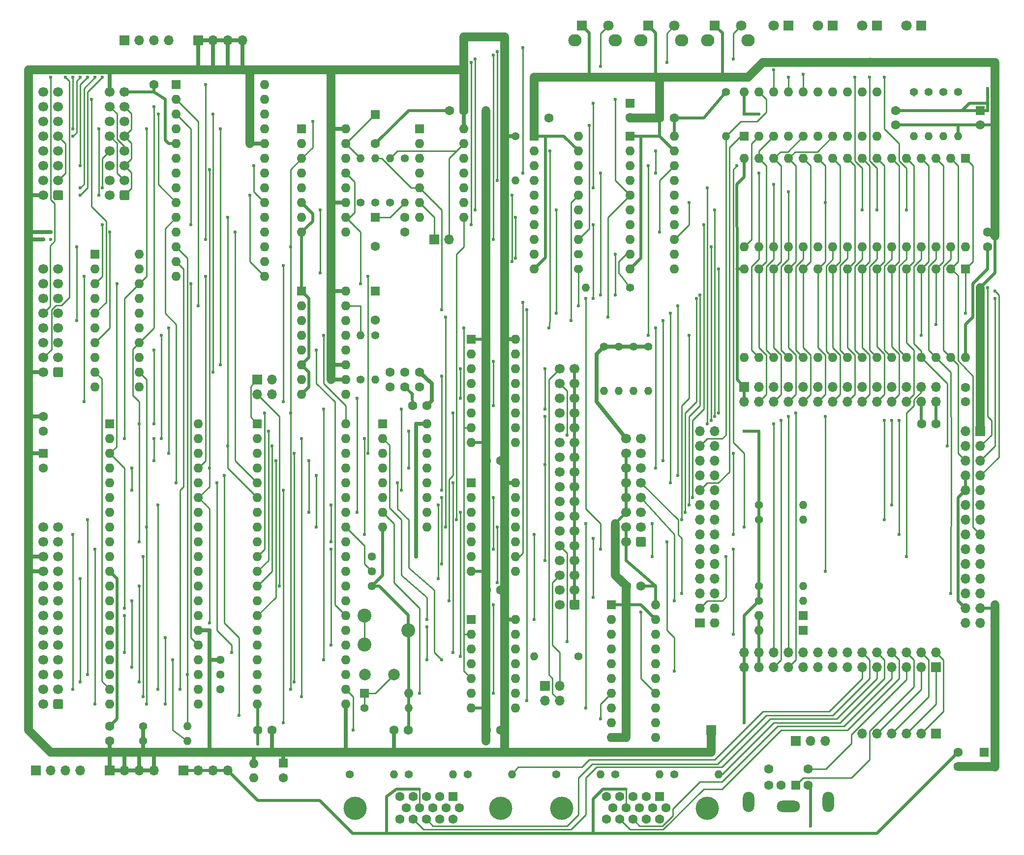
<source format=gbl>
%TF.GenerationSoftware,KiCad,Pcbnew,5.1.12-84ad8e8a86~92~ubuntu18.04.1*%
%TF.CreationDate,2022-10-23T22:52:00+01:00*%
%TF.ProjectId,nascom_ng,6e617363-6f6d-45f6-9e67-2e6b69636164,rev?*%
%TF.SameCoordinates,Original*%
%TF.FileFunction,Copper,L2,Bot*%
%TF.FilePolarity,Positive*%
%FSLAX46Y46*%
G04 Gerber Fmt 4.6, Leading zero omitted, Abs format (unit mm)*
G04 Created by KiCad (PCBNEW 5.1.12-84ad8e8a86~92~ubuntu18.04.1) date 2022-10-23 22:52:00*
%MOMM*%
%LPD*%
G01*
G04 APERTURE LIST*
%TA.AperFunction,ComponentPad*%
%ADD10R,1.700000X1.700000*%
%TD*%
%TA.AperFunction,ComponentPad*%
%ADD11O,1.400000X1.400000*%
%TD*%
%TA.AperFunction,ComponentPad*%
%ADD12C,1.400000*%
%TD*%
%TA.AperFunction,ComponentPad*%
%ADD13C,1.600000*%
%TD*%
%TA.AperFunction,ComponentPad*%
%ADD14R,1.600000X1.600000*%
%TD*%
%TA.AperFunction,ComponentPad*%
%ADD15O,1.600000X1.600000*%
%TD*%
%TA.AperFunction,ComponentPad*%
%ADD16O,1.700000X1.700000*%
%TD*%
%TA.AperFunction,ComponentPad*%
%ADD17O,4.000000X2.000000*%
%TD*%
%TA.AperFunction,ComponentPad*%
%ADD18O,2.000000X3.500000*%
%TD*%
%TA.AperFunction,ComponentPad*%
%ADD19O,1.600000X1.439000*%
%TD*%
%TA.AperFunction,ComponentPad*%
%ADD20R,1.800000X1.800000*%
%TD*%
%TA.AperFunction,ComponentPad*%
%ADD21C,1.800000*%
%TD*%
%TA.AperFunction,ComponentPad*%
%ADD22O,2.300000X2.100000*%
%TD*%
%TA.AperFunction,ComponentPad*%
%ADD23C,1.700000*%
%TD*%
%TA.AperFunction,ComponentPad*%
%ADD24C,2.000000*%
%TD*%
%TA.AperFunction,ComponentPad*%
%ADD25O,1.600000X1.550000*%
%TD*%
%TA.AperFunction,ComponentPad*%
%ADD26C,2.400000*%
%TD*%
%TA.AperFunction,ComponentPad*%
%ADD27C,1.440000*%
%TD*%
%TA.AperFunction,ComponentPad*%
%ADD28C,4.000000*%
%TD*%
%TA.AperFunction,ComponentPad*%
%ADD29O,1.700000X1.600000*%
%TD*%
%TA.AperFunction,ComponentPad*%
%ADD30R,1.700000X1.600000*%
%TD*%
%TA.AperFunction,ViaPad*%
%ADD31C,0.600000*%
%TD*%
%TA.AperFunction,Conductor*%
%ADD32C,0.500000*%
%TD*%
%TA.AperFunction,Conductor*%
%ADD33C,1.500000*%
%TD*%
%TA.AperFunction,Conductor*%
%ADD34C,0.250000*%
%TD*%
%TA.AperFunction,Conductor*%
%ADD35C,0.700000*%
%TD*%
G04 APERTURE END LIST*
D10*
%TO.P,J100,1*%
%TO.N,+5V*%
X146685000Y-147955000D03*
%TD*%
D11*
%TO.P,R101,2*%
%TO.N,PIN21_IN_NMI*%
X162560000Y-111760000D03*
D12*
%TO.P,R101,1*%
%TO.N,+3V3*%
X154940000Y-111760000D03*
%TD*%
D11*
%TO.P,R100,2*%
%TO.N,PIN18_IN_WARMRST*%
X162560000Y-109220000D03*
D12*
%TO.P,R100,1*%
%TO.N,+3V3*%
X154940000Y-109220000D03*
%TD*%
D11*
%TO.P,R102,2*%
%TO.N,RX_5V*%
X113030000Y-53340000D03*
D12*
%TO.P,R102,1*%
%TO.N,+5V*%
X113030000Y-45720000D03*
%TD*%
D13*
%TO.P,C2,2*%
%TO.N,GND*%
X132715000Y-42505000D03*
D14*
%TO.P,C2,1*%
%TO.N,+3V3*%
X132715000Y-40005000D03*
%TD*%
D13*
%TO.P,C3,2*%
%TO.N,GND*%
X193040000Y-43775000D03*
D14*
%TO.P,C3,1*%
%TO.N,+3V3*%
X193040000Y-41275000D03*
%TD*%
D15*
%TO.P,U15,14*%
%TO.N,+5V*%
X113030000Y-105410000D03*
%TO.P,U15,7*%
%TO.N,GND*%
X105410000Y-120650000D03*
%TO.P,U15,13*%
%TO.N,Net-(U13-Pad31)*%
X113030000Y-107950000D03*
%TO.P,U15,6*%
%TO.N,/nascom_ng_fdc/IDIR*%
X105410000Y-118110000D03*
%TO.P,U15,12*%
%TO.N,/nascom_ng_fdc/IWDATA*%
X113030000Y-110490000D03*
%TO.P,U15,5*%
%TO.N,Net-(U13-Pad16)*%
X105410000Y-115570000D03*
%TO.P,U15,11*%
%TO.N,Net-(U13-Pad15)*%
X113030000Y-113030000D03*
%TO.P,U15,4*%
%TO.N,/nascom_ng_fdc/IWAT*%
X105410000Y-113030000D03*
%TO.P,U15,10*%
%TO.N,/nascom_ng_fdc/ISTEP*%
X113030000Y-115570000D03*
%TO.P,U15,3*%
%TO.N,Net-(U13-Pad30)*%
X105410000Y-110490000D03*
%TO.P,U15,9*%
%TO.N,DRIVE_ENABLE*%
X113030000Y-118110000D03*
%TO.P,U15,2*%
%TO.N,/nascom_ng_fdc/ISSLT*%
X105410000Y-107950000D03*
%TO.P,U15,8*%
%TO.N,/nascom_ng_fdc/IDEN*%
X113030000Y-120650000D03*
D14*
%TO.P,U15,1*%
%TO.N,Net-(U13-Pad25)*%
X105410000Y-105410000D03*
%TD*%
D13*
%TO.P,C29,2*%
%TO.N,GND*%
X73025000Y-156170000D03*
D14*
%TO.P,C29,1*%
%TO.N,+5V*%
X73025000Y-153670000D03*
%TD*%
D13*
%TO.P,C20,2*%
%TO.N,GND*%
X31750000Y-102830000D03*
D14*
%TO.P,C20,1*%
%TO.N,+5V*%
X31750000Y-100330000D03*
%TD*%
D16*
%TO.P,J15,4*%
%TO.N,+5V*%
X50800000Y-154940000D03*
%TO.P,J15,3*%
X48260000Y-154940000D03*
%TO.P,J15,2*%
X45720000Y-154940000D03*
D10*
%TO.P,J15,1*%
X43180000Y-154940000D03*
%TD*%
D15*
%TO.P,U1,28*%
%TO.N,D3_5V*%
X69850000Y-36830000D03*
%TO.P,U1,14*%
%TO.N,~M1_5V*%
X54610000Y-69850000D03*
%TO.P,U1,27*%
%TO.N,D2_5V*%
X69850000Y-39370000D03*
%TO.P,U1,13*%
%TO.N,/nascom_ng_pio/PIO_EIO*%
X54610000Y-67310000D03*
%TO.P,U1,26*%
%TO.N,D1_5V*%
X69850000Y-41910000D03*
%TO.P,U1,12*%
%TO.N,~INT_5V*%
X54610000Y-64770000D03*
%TO.P,U1,25*%
%TO.N,D0_5V*%
X69850000Y-44450000D03*
%TO.P,U1,11*%
%TO.N,N/C*%
X54610000Y-62230000D03*
%TO.P,U1,24*%
%TO.N,+5V*%
X69850000Y-46990000D03*
%TO.P,U1,10*%
%TO.N,~IORQ_5V*%
X54610000Y-59690000D03*
%TO.P,U1,23*%
%TO.N,/nascom_ng_pio/CLK_TRG0*%
X69850000Y-49530000D03*
%TO.P,U1,9*%
%TO.N,/nascom_ng_pio/ZC_TO2*%
X54610000Y-57150000D03*
%TO.P,U1,22*%
%TO.N,/nascom_ng_pio/CLK_TRG1*%
X69850000Y-52070000D03*
%TO.P,U1,8*%
%TO.N,/nascom_ng_pio/ZC_TO1*%
X54610000Y-54610000D03*
%TO.P,U1,21*%
%TO.N,/nascom_ng_pio/CLK_TRG2*%
X69850000Y-54610000D03*
%TO.P,U1,7*%
%TO.N,/nascom_ng_pio/ZC_TO0*%
X54610000Y-52070000D03*
%TO.P,U1,20*%
%TO.N,/nascom_ng_pio/CLK_TRG3*%
X69850000Y-57150000D03*
%TO.P,U1,6*%
%TO.N,~RD_5V*%
X54610000Y-49530000D03*
%TO.P,U1,19*%
%TO.N,A1_5V*%
X69850000Y-59690000D03*
%TO.P,U1,5*%
%TO.N,GND*%
X54610000Y-46990000D03*
%TO.P,U1,18*%
%TO.N,A0_5V*%
X69850000Y-62230000D03*
%TO.P,U1,4*%
%TO.N,D7_5V*%
X54610000Y-44450000D03*
%TO.P,U1,17*%
%TO.N,~IO_RESET_5V*%
X69850000Y-64770000D03*
%TO.P,U1,3*%
%TO.N,D6_5V*%
X54610000Y-41910000D03*
%TO.P,U1,16*%
%TO.N,~CTC_CS_5V*%
X69850000Y-67310000D03*
%TO.P,U1,2*%
%TO.N,D5_5V*%
X54610000Y-39370000D03*
%TO.P,U1,15*%
%TO.N,CLK4_5V*%
X69850000Y-69850000D03*
D14*
%TO.P,U1,1*%
%TO.N,D4_5V*%
X54610000Y-36830000D03*
%TD*%
D15*
%TO.P,U10,16*%
%TO.N,+5V*%
X83820000Y-72390000D03*
%TO.P,U10,8*%
%TO.N,GND*%
X76200000Y-90170000D03*
%TO.P,U10,15*%
%TO.N,Net-(C12-Pad1)*%
X83820000Y-74930000D03*
%TO.P,U10,7*%
%TO.N,Net-(C15-Pad2)*%
X76200000Y-87630000D03*
%TO.P,U10,14*%
%TO.N,GND*%
X83820000Y-77470000D03*
%TO.P,U10,6*%
X76200000Y-85090000D03*
%TO.P,U10,13*%
%TO.N,N/C*%
X83820000Y-80010000D03*
%TO.P,U10,5*%
X76200000Y-82550000D03*
%TO.P,U10,12*%
%TO.N,/nascom_ng_fdc/~RAW_READ*%
X83820000Y-82550000D03*
%TO.P,U10,4*%
%TO.N,/nascom_ng_fdc/HLT*%
X76200000Y-80010000D03*
%TO.P,U10,11*%
%TO.N,+5V*%
X83820000Y-85090000D03*
%TO.P,U10,3*%
X76200000Y-77470000D03*
%TO.P,U10,10*%
X83820000Y-87630000D03*
%TO.P,U10,2*%
%TO.N,/nascom_ng_fdc/BHEAD_LOAD*%
X76200000Y-74930000D03*
%TO.P,U10,9*%
%TO.N,/nascom_ng_fdc/BIRDATA*%
X83820000Y-90170000D03*
D14*
%TO.P,U10,1*%
%TO.N,GND*%
X76200000Y-72390000D03*
%TD*%
D17*
%TO.P,J13,7*%
%TO.N,Net-(J13-Pad7)*%
X159990000Y-161130000D03*
D13*
%TO.P,J13,6*%
%TO.N,N/C*%
X156590000Y-154680000D03*
%TO.P,J13,5*%
%TO.N,PIN44_KCLK*%
X163390000Y-154680000D03*
%TO.P,J13,4*%
%TO.N,Net-(J12-Pad2)*%
X156590000Y-157480000D03*
%TO.P,J13,3*%
%TO.N,GND*%
X163390000Y-157480000D03*
%TO.P,J13,2*%
%TO.N,N/C*%
X158690000Y-157480000D03*
D14*
%TO.P,J13,1*%
%TO.N,PIN45_KDAT*%
X161290000Y-157480000D03*
D18*
%TO.P,J13,7*%
%TO.N,Net-(J13-Pad7)*%
X166840000Y-160330000D03*
X153140000Y-160330000D03*
%TD*%
D11*
%TO.P,R19,2*%
%TO.N,CLK1_5V*%
X116205000Y-135255000D03*
D12*
%TO.P,R19,1*%
%TO.N,Net-(R19-Pad1)*%
X123825000Y-135255000D03*
%TD*%
D11*
%TO.P,R10,2*%
%TO.N,CLK4_5V*%
X125095000Y-71755000D03*
D12*
%TO.P,R10,1*%
%TO.N,Net-(R10-Pad1)*%
X132715000Y-71755000D03*
%TD*%
D13*
%TO.P,C12,2*%
%TO.N,GND*%
X88900000Y-77390000D03*
D14*
%TO.P,C12,1*%
%TO.N,Net-(C12-Pad1)*%
X88900000Y-72390000D03*
%TD*%
D16*
%TO.P,J16,4*%
%TO.N,+3V3*%
X63500000Y-154940000D03*
%TO.P,J16,3*%
X60960000Y-154940000D03*
%TO.P,J16,2*%
X58420000Y-154940000D03*
D10*
%TO.P,J16,1*%
X55880000Y-154940000D03*
%TD*%
D16*
%TO.P,J2,4*%
%TO.N,+5V*%
X66040000Y-29210000D03*
%TO.P,J2,3*%
X63500000Y-29210000D03*
%TO.P,J2,2*%
X60960000Y-29210000D03*
D10*
%TO.P,J2,1*%
X58420000Y-29210000D03*
%TD*%
D16*
%TO.P,J1,4*%
%TO.N,GND*%
X53340000Y-29210000D03*
%TO.P,J1,3*%
X50800000Y-29210000D03*
%TO.P,J1,2*%
X48260000Y-29210000D03*
D10*
%TO.P,J1,1*%
X45720000Y-29210000D03*
%TD*%
D16*
%TO.P,J14,4*%
%TO.N,GND*%
X38100000Y-154940000D03*
%TO.P,J14,3*%
X35560000Y-154940000D03*
%TO.P,J14,2*%
X33020000Y-154940000D03*
D10*
%TO.P,J14,1*%
X30480000Y-154940000D03*
%TD*%
D11*
%TO.P,R5,2*%
%TO.N,~PIN104_IOBUFOE*%
X149225000Y-45720000D03*
D12*
%TO.P,R5,1*%
%TO.N,+3V3*%
X149225000Y-38100000D03*
%TD*%
D13*
%TO.P,C5,2*%
%TO.N,GND*%
X101640000Y-41275000D03*
%TO.P,C5,1*%
%TO.N,+5V*%
X104140000Y-41275000D03*
%TD*%
D15*
%TO.P,U6,20*%
%TO.N,+3V3*%
X123825000Y-45720000D03*
%TO.P,U6,10*%
%TO.N,GND*%
X116205000Y-68580000D03*
%TO.P,U6,19*%
X123825000Y-48260000D03*
%TO.P,U6,9*%
%TO.N,~KBDRST_5V*%
X116205000Y-66040000D03*
%TO.P,U6,18*%
%TO.N,TX_5V*%
X123825000Y-50800000D03*
%TO.P,U6,8*%
%TO.N,RXBAUDCLK_5V*%
X116205000Y-63500000D03*
%TO.P,U6,17*%
%TO.N,~READY_5V*%
X123825000Y-53340000D03*
%TO.P,U6,7*%
%TO.N,TAPE_DRIVE_5V*%
X116205000Y-60960000D03*
%TO.P,U6,16*%
%TO.N,PIN101_RX*%
X123825000Y-55880000D03*
%TO.P,U6,6*%
%TO.N,TXBAUDCLK_5V*%
X116205000Y-58420000D03*
%TO.P,U6,15*%
%TO.N,~PIN100_KBDCLK*%
X123825000Y-58420000D03*
%TO.P,U6,5*%
%TO.N,~KBDCLK_5V*%
X116205000Y-55880000D03*
%TO.P,U6,14*%
%TO.N,PIN94_TXBAUDCLK*%
X123825000Y-60960000D03*
%TO.P,U6,4*%
%TO.N,RX_5V*%
X116205000Y-53340000D03*
%TO.P,U6,13*%
%TO.N,PIN7_TAPE_DRIVE*%
X123825000Y-63500000D03*
%TO.P,U6,3*%
%TO.N,~PIN22_IN_READY*%
X116205000Y-50800000D03*
D19*
%TO.P,U6,12*%
%TO.N,PIN93_RXBAUDCLK*%
X123825000Y-66040000D03*
D15*
%TO.P,U6,2*%
%TO.N,PIN103_TX*%
X116205000Y-48260000D03*
D19*
%TO.P,U6,11*%
%TO.N,~PIN99_KBDRST*%
X123825000Y-68580000D03*
D14*
%TO.P,U6,1*%
%TO.N,GND*%
X116205000Y-45720000D03*
%TD*%
D15*
%TO.P,U5,20*%
%TO.N,+3V3*%
X140335000Y-45720000D03*
%TO.P,U5,10*%
%TO.N,GND*%
X132715000Y-68580000D03*
%TO.P,U5,19*%
X140335000Y-48260000D03*
%TO.P,U5,9*%
%TO.N,Net-(R10-Pad1)*%
X132715000Y-66040000D03*
%TO.P,U5,18*%
%TO.N,A0_5V*%
X140335000Y-50800000D03*
%TO.P,U5,8*%
%TO.N,~PIN71_CTC_CS*%
X132715000Y-63500000D03*
%TO.P,U5,17*%
%TO.N,DRQ_5V*%
X140335000Y-53340000D03*
%TO.P,U5,7*%
%TO.N,A1_5V*%
X132715000Y-60960000D03*
%TO.P,U5,16*%
%TO.N,~IO_RESET_5V*%
X140335000Y-55880000D03*
%TO.P,U5,6*%
%TO.N,~INT_5V*%
X132715000Y-58420000D03*
%TO.P,U5,15*%
%TO.N,PIN70_PORTE4_WR*%
X140335000Y-58420000D03*
%TO.P,U5,5*%
%TO.N,PORTE4_WR_5V*%
X132715000Y-55880000D03*
%TO.P,U5,14*%
%TO.N,~PIN97_INT*%
X140335000Y-60960000D03*
%TO.P,U5,4*%
%TO.N,~PIN72_IO_RESET*%
X132715000Y-53340000D03*
%TO.P,U5,13*%
%TO.N,PIN125_A1*%
X140335000Y-63500000D03*
%TO.P,U5,3*%
%TO.N,PIN91_IN_DRQ*%
X132715000Y-50800000D03*
%TO.P,U5,12*%
%TO.N,~CTC_CS_5V*%
X140335000Y-66040000D03*
%TO.P,U5,2*%
%TO.N,PIN121_A0*%
X132715000Y-48260000D03*
%TO.P,U5,11*%
%TO.N,PIN69_CLK4*%
X140335000Y-68580000D03*
D14*
%TO.P,U5,1*%
%TO.N,GND*%
X132715000Y-45720000D03*
%TD*%
D15*
%TO.P,U16,20*%
%TO.N,+3V3*%
X137160000Y-126365000D03*
%TO.P,U16,10*%
%TO.N,GND*%
X129540000Y-149225000D03*
%TO.P,U16,19*%
X137160000Y-128905000D03*
%TO.P,U16,9*%
%TO.N,~PIO_CS_5V*%
X129540000Y-146685000D03*
%TO.P,U16,18*%
%TO.N,PIN88_IN_INTRQ*%
X137160000Y-131445000D03*
%TO.P,U16,8*%
%TO.N,~PIN60_WR*%
X129540000Y-144145000D03*
%TO.P,U16,17*%
%TO.N,~PIN63_IORQ*%
X137160000Y-133985000D03*
%TO.P,U16,7*%
%TO.N,~M1_5V*%
X129540000Y-141605000D03*
%TO.P,U16,16*%
%TO.N,Net-(R19-Pad1)*%
X137160000Y-136525000D03*
%TO.P,U16,6*%
%TO.N,~PIN59_RD*%
X129540000Y-139065000D03*
%TO.P,U16,15*%
%TO.N,~PIN64_FDC_CS*%
X137160000Y-139065000D03*
%TO.P,U16,5*%
%TO.N,~FDC_CS_5V*%
X129540000Y-136525000D03*
%TO.P,U16,14*%
%TO.N,~RD_5V*%
X137160000Y-141605000D03*
%TO.P,U16,4*%
%TO.N,PIN67_CLK1*%
X129540000Y-133985000D03*
%TO.P,U16,13*%
%TO.N,~PIN57_M1*%
X137160000Y-144145000D03*
%TO.P,U16,3*%
%TO.N,~IORQ_5V*%
X129540000Y-131445000D03*
%TO.P,U16,12*%
%TO.N,~WR_5V*%
X137160000Y-146685000D03*
%TO.P,U16,2*%
%TO.N,INTRQ_5V*%
X129540000Y-128905000D03*
%TO.P,U16,11*%
%TO.N,~PIN58_PIO_CS*%
X137160000Y-149225000D03*
D14*
%TO.P,U16,1*%
%TO.N,GND*%
X129540000Y-126365000D03*
%TD*%
D20*
%TO.P,SW1,1*%
%TO.N,GND*%
X124460000Y-26670000D03*
D21*
%TO.P,SW1,2*%
%TO.N,PIN21_IN_NMI*%
X128960000Y-26670000D03*
D22*
%TO.P,SW1,*%
%TO.N,*%
X123210000Y-29170000D03*
X130210000Y-29170000D03*
%TD*%
D20*
%TO.P,SW2,1*%
%TO.N,GND*%
X135870000Y-26670000D03*
D21*
%TO.P,SW2,2*%
%TO.N,PIN18_IN_WARMRST*%
X140370000Y-26670000D03*
D22*
%TO.P,SW2,*%
%TO.N,*%
X134620000Y-29170000D03*
X141620000Y-29170000D03*
%TD*%
D20*
%TO.P,SW3,1*%
%TO.N,GND*%
X147320000Y-26670000D03*
D21*
%TO.P,SW3,2*%
%TO.N,PIN144_RST*%
X151820000Y-26670000D03*
D22*
%TO.P,SW3,*%
%TO.N,*%
X146070000Y-29170000D03*
X153070000Y-29170000D03*
%TD*%
D23*
%TO.P,J11,16*%
%TO.N,+5V*%
X132080000Y-97790000D03*
%TO.P,J11,14*%
%TO.N,GND*%
X132080000Y-100330000D03*
%TO.P,J11,12*%
X132080000Y-102870000D03*
%TO.P,J11,10*%
X132080000Y-105410000D03*
%TO.P,J11,8*%
X132080000Y-107950000D03*
%TO.P,J11,6*%
X132080000Y-110490000D03*
%TO.P,J11,4*%
%TO.N,+3V3*%
X132080000Y-113030000D03*
%TO.P,J11,2*%
X132080000Y-115570000D03*
%TO.P,J11,15*%
%TO.N,N/C*%
X134620000Y-97790000D03*
%TO.P,J11,13*%
%TO.N,PIN90_IN_NC*%
X134620000Y-100330000D03*
%TO.P,J11,11*%
%TO.N,PIN92_TVSYNCH*%
X134620000Y-102870000D03*
%TO.P,J11,9*%
%TO.N,PIN75_RCLK*%
X134620000Y-105410000D03*
%TO.P,J11,7*%
%TO.N,PIN74_RX*%
X134620000Y-107950000D03*
%TO.P,J11,5*%
%TO.N,PIN86_TX*%
X134620000Y-110490000D03*
%TO.P,J11,3*%
%TO.N,PIN89_IN_NC*%
X134620000Y-113030000D03*
%TO.P,J11,1*%
%TO.N,PIN65_TVVID*%
%TA.AperFunction,ComponentPad*%
G36*
G01*
X135470000Y-114970000D02*
X135470000Y-116170000D01*
G75*
G02*
X135220000Y-116420000I-250000J0D01*
G01*
X134020000Y-116420000D01*
G75*
G02*
X133770000Y-116170000I0J250000D01*
G01*
X133770000Y-114970000D01*
G75*
G02*
X134020000Y-114720000I250000J0D01*
G01*
X135220000Y-114720000D01*
G75*
G02*
X135470000Y-114970000I0J-250000D01*
G01*
G37*
%TD.AperFunction*%
%TD*%
D15*
%TO.P,U9,32*%
%TO.N,+3V3*%
X190500000Y-83820000D03*
%TO.P,U9,16*%
%TO.N,GND*%
X152400000Y-68580000D03*
%TO.P,U9,31*%
%TO.N,PIN8_A15*%
X187960000Y-83820000D03*
%TO.P,U9,15*%
%TO.N,PIN113_D2*%
X154940000Y-68580000D03*
%TO.P,U9,30*%
%TO.N,PIN31_A17*%
X185420000Y-83820000D03*
%TO.P,U9,14*%
%TO.N,PIN115_D1*%
X157480000Y-68580000D03*
%TO.P,U9,29*%
%TO.N,PIN4_WR*%
X182880000Y-83820000D03*
%TO.P,U9,13*%
%TO.N,PIN119_D0*%
X160020000Y-68580000D03*
%TO.P,U9,28*%
%TO.N,PIN24_A13*%
X180340000Y-83820000D03*
%TO.P,U9,12*%
%TO.N,PIN121_A0*%
X162560000Y-68580000D03*
%TO.P,U9,27*%
%TO.N,PIN142_A8*%
X177800000Y-83820000D03*
%TO.P,U9,11*%
%TO.N,PIN125_A1*%
X165100000Y-68580000D03*
%TO.P,U9,26*%
%TO.N,PIN139_A9*%
X175260000Y-83820000D03*
%TO.P,U9,10*%
%TO.N,PIN129_A2*%
X167640000Y-68580000D03*
%TO.P,U9,25*%
%TO.N,PIN136_A11*%
X172720000Y-83820000D03*
%TO.P,U9,9*%
%TO.N,PIN133_A3*%
X170180000Y-68580000D03*
%TO.P,U9,24*%
%TO.N,PIN134_RD*%
X170180000Y-83820000D03*
%TO.P,U9,8*%
%TO.N,PIN135_A4*%
X172720000Y-68580000D03*
%TO.P,U9,23*%
%TO.N,PIN132_A10*%
X167640000Y-83820000D03*
%TO.P,U9,7*%
%TO.N,PIN137_A5*%
X175260000Y-68580000D03*
%TO.P,U9,22*%
%TO.N,PIN126_CS1*%
X165100000Y-83820000D03*
%TO.P,U9,6*%
%TO.N,PIN141_A6*%
X177800000Y-68580000D03*
%TO.P,U9,21*%
%TO.N,PIN122_D7*%
X162560000Y-83820000D03*
%TO.P,U9,5*%
%TO.N,PIN143_A7*%
X180340000Y-68580000D03*
%TO.P,U9,20*%
%TO.N,PIN120_D6*%
X160020000Y-83820000D03*
%TO.P,U9,4*%
%TO.N,PIN28_A12*%
X182880000Y-68580000D03*
%TO.P,U9,19*%
%TO.N,PIN118_D5*%
X157480000Y-83820000D03*
%TO.P,U9,3*%
%TO.N,PIN30_A14*%
X185420000Y-68580000D03*
%TO.P,U9,18*%
%TO.N,PIN114_D4*%
X154940000Y-83820000D03*
%TO.P,U9,2*%
%TO.N,PIN25_A16*%
X187960000Y-68580000D03*
%TO.P,U9,17*%
%TO.N,PIN112_D3*%
X152400000Y-83820000D03*
D14*
%TO.P,U9,1*%
%TO.N,PIN32_A18*%
X190500000Y-68580000D03*
%TD*%
D11*
%TO.P,R17,2*%
%TO.N,PIN44_KCLK*%
X162560000Y-123190000D03*
D12*
%TO.P,R17,1*%
%TO.N,+3V3*%
X154940000Y-123190000D03*
%TD*%
D11*
%TO.P,R18,2*%
%TO.N,PIN45_KDAT*%
X162560000Y-125730000D03*
D12*
%TO.P,R18,1*%
%TO.N,+3V3*%
X154940000Y-125730000D03*
%TD*%
D15*
%TO.P,D5,2*%
%TO.N,GND*%
X154940000Y-128270000D03*
D14*
%TO.P,D5,1*%
%TO.N,PIN44_KCLK*%
X162560000Y-128270000D03*
%TD*%
D15*
%TO.P,D6,2*%
%TO.N,GND*%
X154940000Y-130810000D03*
D14*
%TO.P,D6,1*%
%TO.N,PIN45_KDAT*%
X162560000Y-130810000D03*
%TD*%
D11*
%TO.P,R1,2*%
%TO.N,GND*%
X189230000Y-45720000D03*
D12*
%TO.P,R1,1*%
%TO.N,Net-(D4-Pad1)*%
X189230000Y-38100000D03*
%TD*%
D21*
%TO.P,D4,2*%
%TO.N,+3V3*%
X180340000Y-26670000D03*
D20*
%TO.P,D4,1*%
%TO.N,Net-(D4-Pad1)*%
X182880000Y-26670000D03*
%TD*%
D11*
%TO.P,R22,2*%
%TO.N,/nascom_ng_pio/PUP_EIE*%
X56515000Y-149860000D03*
D12*
%TO.P,R22,1*%
%TO.N,+5V*%
X48895000Y-149860000D03*
%TD*%
D15*
%TO.P,U7,32*%
%TO.N,+3V3*%
X190500000Y-64770000D03*
%TO.P,U7,16*%
%TO.N,GND*%
X152400000Y-49530000D03*
%TO.P,U7,31*%
%TO.N,PIN8_A15*%
X187960000Y-64770000D03*
%TO.P,U7,15*%
%TO.N,PIN113_D2*%
X154940000Y-49530000D03*
%TO.P,U7,30*%
%TO.N,PIN31_A17*%
X185420000Y-64770000D03*
%TO.P,U7,14*%
%TO.N,PIN115_D1*%
X157480000Y-49530000D03*
%TO.P,U7,29*%
%TO.N,PIN4_WR*%
X182880000Y-64770000D03*
%TO.P,U7,13*%
%TO.N,PIN119_D0*%
X160020000Y-49530000D03*
%TO.P,U7,28*%
%TO.N,PIN24_A13*%
X180340000Y-64770000D03*
%TO.P,U7,12*%
%TO.N,PIN121_A0*%
X162560000Y-49530000D03*
%TO.P,U7,27*%
%TO.N,PIN142_A8*%
X177800000Y-64770000D03*
%TO.P,U7,11*%
%TO.N,PIN125_A1*%
X165100000Y-49530000D03*
%TO.P,U7,26*%
%TO.N,PIN139_A9*%
X175260000Y-64770000D03*
%TO.P,U7,10*%
%TO.N,PIN129_A2*%
X167640000Y-49530000D03*
%TO.P,U7,25*%
%TO.N,PIN136_A11*%
X172720000Y-64770000D03*
%TO.P,U7,9*%
%TO.N,PIN133_A3*%
X170180000Y-49530000D03*
%TO.P,U7,24*%
%TO.N,PIN134_RD*%
X170180000Y-64770000D03*
%TO.P,U7,8*%
%TO.N,PIN135_A4*%
X172720000Y-49530000D03*
%TO.P,U7,23*%
%TO.N,PIN132_A10*%
X167640000Y-64770000D03*
%TO.P,U7,7*%
%TO.N,PIN137_A5*%
X175260000Y-49530000D03*
%TO.P,U7,22*%
%TO.N,PIN79_CS2*%
X165100000Y-64770000D03*
%TO.P,U7,6*%
%TO.N,PIN141_A6*%
X177800000Y-49530000D03*
%TO.P,U7,21*%
%TO.N,PIN122_D7*%
X162560000Y-64770000D03*
%TO.P,U7,5*%
%TO.N,PIN143_A7*%
X180340000Y-49530000D03*
%TO.P,U7,20*%
%TO.N,PIN120_D6*%
X160020000Y-64770000D03*
%TO.P,U7,4*%
%TO.N,PIN28_A12*%
X182880000Y-49530000D03*
%TO.P,U7,19*%
%TO.N,PIN118_D5*%
X157480000Y-64770000D03*
%TO.P,U7,3*%
%TO.N,PIN30_A14*%
X185420000Y-49530000D03*
%TO.P,U7,18*%
%TO.N,PIN114_D4*%
X154940000Y-64770000D03*
%TO.P,U7,2*%
%TO.N,PIN25_A16*%
X187960000Y-49530000D03*
%TO.P,U7,17*%
%TO.N,PIN112_D3*%
X152400000Y-64770000D03*
D14*
%TO.P,U7,1*%
%TO.N,PIN32_A18*%
X190500000Y-49530000D03*
%TD*%
D10*
%TO.P,J19,1*%
%TO.N,+3V3*%
X185420000Y-148590000D03*
D16*
%TO.P,J19,2*%
%TO.N,PIN41_SDCS*%
X182880000Y-148590000D03*
%TO.P,J19,3*%
%TO.N,PIN40_SDDO*%
X180340000Y-148590000D03*
%TO.P,J19,4*%
%TO.N,PIN43_SDCLK*%
X177800000Y-148590000D03*
%TO.P,J19,5*%
%TO.N,PIN42_SDDI*%
X175260000Y-148590000D03*
%TO.P,J19,6*%
%TO.N,GND*%
X172720000Y-148590000D03*
%TD*%
D13*
%TO.P,C8,2*%
%TO.N,GND*%
X88900000Y-46990000D03*
D14*
%TO.P,C8,1*%
%TO.N,Net-(C8-Pad1)*%
X88900000Y-41990000D03*
%TD*%
D13*
%TO.P,C10,2*%
%TO.N,GND*%
X88900000Y-64690000D03*
D14*
%TO.P,C10,1*%
%TO.N,Net-(C10-Pad1)*%
X88900000Y-59690000D03*
%TD*%
D24*
%TO.P,C24,2*%
%TO.N,Net-(C24-Pad2)*%
X87075000Y-138430000D03*
%TO.P,C24,1*%
%TO.N,Net-(C24-Pad1)*%
X92075000Y-138430000D03*
%TD*%
D13*
%TO.P,C32,2*%
%TO.N,GND*%
X193675000Y-154265000D03*
D14*
%TO.P,C32,1*%
%TO.N,+3V3*%
X193675000Y-151765000D03*
%TD*%
D13*
%TO.P,C13,2*%
%TO.N,GND*%
X93980000Y-88860000D03*
%TO.P,C13,1*%
%TO.N,+5V*%
X93980000Y-86360000D03*
%TD*%
%TO.P,C21,2*%
%TO.N,GND*%
X107990000Y-101600000D03*
%TO.P,C21,1*%
%TO.N,+5V*%
X110490000Y-101600000D03*
%TD*%
%TO.P,C14,2*%
%TO.N,GND*%
X96520000Y-88860000D03*
%TO.P,C14,1*%
%TO.N,+5V*%
X96520000Y-86360000D03*
%TD*%
%TO.P,C23,2*%
%TO.N,GND*%
X107990000Y-123825000D03*
%TO.P,C23,1*%
%TO.N,+5V*%
X110490000Y-123825000D03*
%TD*%
%TO.P,C28,2*%
%TO.N,GND*%
X107990000Y-147955000D03*
%TO.P,C28,1*%
%TO.N,+5V*%
X110490000Y-147955000D03*
%TD*%
D25*
%TO.P,C31,2*%
%TO.N,GND*%
X67945000Y-156210000D03*
%TO.P,C31,1*%
%TO.N,+5V*%
X67945000Y-153710000D03*
%TD*%
D13*
%TO.P,C27,2*%
%TO.N,GND*%
X94575000Y-147955000D03*
%TO.P,C27,1*%
%TO.N,+5V*%
X92075000Y-147955000D03*
%TD*%
%TO.P,C1,2*%
%TO.N,GND*%
X50800000Y-36790000D03*
%TO.P,C1,1*%
%TO.N,+5V*%
X50800000Y-34290000D03*
%TD*%
%TO.P,C26,2*%
%TO.N,GND*%
X68620000Y-147955000D03*
%TO.P,C26,1*%
%TO.N,+5V*%
X71120000Y-147955000D03*
%TD*%
%TO.P,C16,2*%
%TO.N,GND*%
X31750000Y-96480000D03*
%TO.P,C16,1*%
%TO.N,+5V*%
X31750000Y-93980000D03*
%TD*%
%TO.P,C9,2*%
%TO.N,GND*%
X93980000Y-62190000D03*
%TO.P,C9,1*%
%TO.N,+5V*%
X93980000Y-59690000D03*
%TD*%
%TO.P,C33,2*%
%TO.N,GND*%
X43180000Y-147320000D03*
%TO.P,C33,1*%
%TO.N,+5V*%
X43180000Y-149820000D03*
%TD*%
%TO.P,C18,2*%
%TO.N,GND*%
X95290000Y-92075000D03*
%TO.P,C18,1*%
%TO.N,+5V*%
X97790000Y-92075000D03*
%TD*%
%TO.P,C19,2*%
%TO.N,GND*%
X182920000Y-95250000D03*
%TO.P,C19,1*%
%TO.N,+3V3*%
X185420000Y-95250000D03*
%TD*%
%TO.P,C6,2*%
%TO.N,GND*%
X116245000Y-42545000D03*
%TO.P,C6,1*%
%TO.N,+3V3*%
X118745000Y-42545000D03*
%TD*%
%TO.P,C30,2*%
%TO.N,GND*%
X189230000Y-154265000D03*
%TO.P,C30,1*%
%TO.N,+3V3*%
X189230000Y-151765000D03*
%TD*%
%TO.P,C17,2*%
%TO.N,GND*%
X190500000Y-88940000D03*
%TO.P,C17,1*%
%TO.N,+3V3*%
X190500000Y-91440000D03*
%TD*%
%TO.P,C22,2*%
%TO.N,GND*%
X132120000Y-123190000D03*
%TO.P,C22,1*%
%TO.N,+3V3*%
X134620000Y-123190000D03*
%TD*%
%TO.P,C4,2*%
%TO.N,GND*%
X178435000Y-43775000D03*
%TO.P,C4,1*%
%TO.N,+3V3*%
X178435000Y-41275000D03*
%TD*%
%TO.P,C11,2*%
%TO.N,GND*%
X194310000Y-62230000D03*
%TO.P,C11,1*%
%TO.N,+3V3*%
X194310000Y-64730000D03*
%TD*%
%TO.P,C7,2*%
%TO.N,GND*%
X137835000Y-42545000D03*
%TO.P,C7,1*%
%TO.N,+3V3*%
X140335000Y-42545000D03*
%TD*%
D26*
%TO.P,C25,1*%
%TO.N,Net-(C25-Pad1)*%
X86995000Y-133273800D03*
%TO.P,C25,2*%
%TO.N,GND*%
X94495000Y-130770000D03*
%TO.P,C25,1*%
%TO.N,Net-(C25-Pad1)*%
X86995000Y-128270000D03*
%TD*%
D27*
%TO.P,RV1,3*%
%TO.N,GND*%
X88265000Y-123190000D03*
%TO.P,RV1,2*%
%TO.N,Net-(RV1-Pad2)*%
X88265000Y-120650000D03*
%TO.P,RV1,1*%
%TO.N,+5V*%
X88265000Y-118110000D03*
%TD*%
%TO.P,RV2,3*%
%TO.N,GND*%
X62230000Y-140970000D03*
%TO.P,RV2,2*%
%TO.N,Net-(RV2-Pad2)*%
X62230000Y-138430000D03*
%TO.P,RV2,1*%
%TO.N,+5V*%
X62230000Y-135890000D03*
%TD*%
D23*
%TO.P,J20,34*%
%TO.N,/nascom_ng_fdc/SPACE_READY*%
X120650000Y-85725000D03*
%TO.P,J20,32*%
%TO.N,/nascom_ng_fdc/ISSLT*%
X120650000Y-88265000D03*
%TO.P,J20,30*%
%TO.N,/nascom_ng_fdc/IRDATA*%
X120650000Y-90805000D03*
%TO.P,J20,28*%
%TO.N,/nascom_ng_fdc/IWPROT*%
X120650000Y-93345000D03*
%TO.P,J20,26*%
%TO.N,/nascom_ng_fdc/ITRK0*%
X120650000Y-95885000D03*
%TO.P,J20,24*%
%TO.N,/nascom_ng_fdc/IWAT*%
X120650000Y-98425000D03*
%TO.P,J20,22*%
%TO.N,/nascom_ng_fdc/IWDATA*%
X120650000Y-100965000D03*
%TO.P,J20,20*%
%TO.N,/nascom_ng_fdc/ISTEP*%
X120650000Y-103505000D03*
%TO.P,J20,18*%
%TO.N,/nascom_ng_fdc/IDIR*%
X120650000Y-106045000D03*
%TO.P,J20,16*%
%TO.N,/nascom_ng_fdc/IDEN*%
X120650000Y-108585000D03*
%TO.P,J20,14*%
%TO.N,/nascom_ng_fdc/ISLT2*%
X120650000Y-111125000D03*
%TO.P,J20,12*%
%TO.N,/nascom_ng_fdc/ISLT1*%
X120650000Y-113665000D03*
%TO.P,J20,10*%
%TO.N,/nascom_ng_fdc/ISLT0*%
X120650000Y-116205000D03*
%TO.P,J20,8*%
%TO.N,/nascom_ng_fdc/IINDEX*%
X120650000Y-118745000D03*
%TO.P,J20,6*%
%TO.N,/nascom_ng_fdc/ISLT3*%
X120650000Y-121285000D03*
%TO.P,J20,4*%
%TO.N,N/C*%
X120650000Y-123825000D03*
%TO.P,J20,2*%
X120650000Y-126365000D03*
%TO.P,J20,33*%
%TO.N,GND*%
X123190000Y-85725000D03*
%TO.P,J20,31*%
X123190000Y-88265000D03*
%TO.P,J20,29*%
X123190000Y-90805000D03*
%TO.P,J20,27*%
X123190000Y-93345000D03*
%TO.P,J20,25*%
X123190000Y-95885000D03*
%TO.P,J20,23*%
X123190000Y-98425000D03*
%TO.P,J20,21*%
X123190000Y-100965000D03*
%TO.P,J20,19*%
X123190000Y-103505000D03*
%TO.P,J20,17*%
X123190000Y-106045000D03*
%TO.P,J20,15*%
X123190000Y-108585000D03*
%TO.P,J20,13*%
X123190000Y-111125000D03*
%TO.P,J20,11*%
X123190000Y-113665000D03*
%TO.P,J20,9*%
X123190000Y-116205000D03*
%TO.P,J20,7*%
X123190000Y-118745000D03*
%TO.P,J20,5*%
X123190000Y-121285000D03*
%TO.P,J20,3*%
X123190000Y-123825000D03*
%TO.P,J20,1*%
%TA.AperFunction,ComponentPad*%
G36*
G01*
X124040000Y-125765000D02*
X124040000Y-126965000D01*
G75*
G02*
X123790000Y-127215000I-250000J0D01*
G01*
X122590000Y-127215000D01*
G75*
G02*
X122340000Y-126965000I0J250000D01*
G01*
X122340000Y-125765000D01*
G75*
G02*
X122590000Y-125515000I250000J0D01*
G01*
X123790000Y-125515000D01*
G75*
G02*
X124040000Y-125765000I0J-250000D01*
G01*
G37*
%TD.AperFunction*%
%TD*%
%TO.P,J4,16*%
%TO.N,+5V*%
X43180000Y-38100000D03*
%TO.P,J4,14*%
%TO.N,/nascom_ng_pio/CLK_TRG3*%
X43180000Y-40640000D03*
%TO.P,J4,12*%
%TO.N,/nascom_ng_pio/ZC_TO2*%
X43180000Y-43180000D03*
%TO.P,J4,10*%
%TO.N,/nascom_ng_pio/CLK_TRG2*%
X43180000Y-45720000D03*
%TO.P,J4,8*%
%TO.N,/nascom_ng_pio/ZC_TO1*%
X43180000Y-48260000D03*
%TO.P,J4,6*%
%TO.N,/nascom_ng_pio/CLK_TRG1*%
X43180000Y-50800000D03*
%TO.P,J4,4*%
%TO.N,/nascom_ng_pio/ZC_TO0*%
X43180000Y-53340000D03*
%TO.P,J4,2*%
%TO.N,/nascom_ng_pio/CLK_TRG0*%
X43180000Y-55880000D03*
%TO.P,J4,15*%
%TO.N,GND*%
X45720000Y-38100000D03*
%TO.P,J4,13*%
%TO.N,CLK4_5V*%
X45720000Y-40640000D03*
%TO.P,J4,11*%
%TO.N,/nascom_ng_pio/CLK_TRG0*%
X45720000Y-43180000D03*
%TO.P,J4,9*%
%TO.N,CLK4_5V*%
X45720000Y-45720000D03*
%TO.P,J4,7*%
%TO.N,/nascom_ng_pio/CLK_TRG3*%
X45720000Y-48260000D03*
%TO.P,J4,5*%
%TO.N,CLK4_5V*%
X45720000Y-50800000D03*
%TO.P,J4,3*%
%TO.N,/nascom_ng_pio/CLK_TRG2*%
X45720000Y-53340000D03*
%TO.P,J4,1*%
%TO.N,CLK4_5V*%
%TA.AperFunction,ComponentPad*%
G36*
G01*
X46570000Y-55280000D02*
X46570000Y-56480000D01*
G75*
G02*
X46320000Y-56730000I-250000J0D01*
G01*
X45120000Y-56730000D01*
G75*
G02*
X44870000Y-56480000I0J250000D01*
G01*
X44870000Y-55280000D01*
G75*
G02*
X45120000Y-55030000I250000J0D01*
G01*
X46320000Y-55030000D01*
G75*
G02*
X46570000Y-55280000I0J-250000D01*
G01*
G37*
%TD.AperFunction*%
%TD*%
%TO.P,PL4,26*%
%TO.N,N/C*%
X31750000Y-113030000D03*
%TO.P,PL4,24*%
%TO.N,/nascom_ng_pio/PIO_A7*%
X31750000Y-115570000D03*
%TO.P,PL4,22*%
%TO.N,+5V*%
X31750000Y-118110000D03*
%TO.P,PL4,20*%
X31750000Y-120650000D03*
%TO.P,PL4,18*%
%TO.N,GND*%
X31750000Y-123190000D03*
%TO.P,PL4,16*%
X31750000Y-125730000D03*
%TO.P,PL4,14*%
%TO.N,N/C*%
X31750000Y-128270000D03*
%TO.P,PL4,12*%
%TO.N,/nascom_ng_pio/PIO_BRDY*%
X31750000Y-130810000D03*
%TO.P,PL4,10*%
%TO.N,/nascom_ng_pio/PIO_B0*%
X31750000Y-133350000D03*
%TO.P,PL4,8*%
%TO.N,/nascom_ng_pio/PIO_B1*%
X31750000Y-135890000D03*
%TO.P,PL4,6*%
%TO.N,/nascom_ng_pio/PIO_B2*%
X31750000Y-138430000D03*
%TO.P,PL4,4*%
%TO.N,/nascom_ng_pio/PIO_B3*%
X31750000Y-140970000D03*
%TO.P,PL4,2*%
%TO.N,/nascom_ng_pio/PIO_B4*%
X31750000Y-143510000D03*
%TO.P,PL4,25*%
%TO.N,/nascom_ng_pio/PIO_A6*%
X34290000Y-113030000D03*
%TO.P,PL4,23*%
%TO.N,/nascom_ng_pio/PIO_A5*%
X34290000Y-115570000D03*
%TO.P,PL4,21*%
%TO.N,/nascom_ng_pio/PIO_A4*%
X34290000Y-118110000D03*
%TO.P,PL4,19*%
%TO.N,/nascom_ng_pio/PIO_A3*%
X34290000Y-120650000D03*
%TO.P,PL4,17*%
%TO.N,/nascom_ng_pio/PIO_A2*%
X34290000Y-123190000D03*
%TO.P,PL4,15*%
%TO.N,/nascom_ng_pio/PIO_A1*%
X34290000Y-125730000D03*
%TO.P,PL4,13*%
%TO.N,/nascom_ng_pio/PIO_A0*%
X34290000Y-128270000D03*
%TO.P,PL4,11*%
%TO.N,/nascom_ng_pio/~PIO_ASTB*%
X34290000Y-130810000D03*
%TO.P,PL4,9*%
%TO.N,/nascom_ng_pio/~PIO_BSTB*%
X34290000Y-133350000D03*
%TO.P,PL4,7*%
%TO.N,/nascom_ng_pio/PIO_ARDY*%
X34290000Y-135890000D03*
%TO.P,PL4,5*%
%TO.N,/nascom_ng_pio/PIO_B7*%
X34290000Y-138430000D03*
%TO.P,PL4,3*%
%TO.N,/nascom_ng_pio/PIO_B6*%
X34290000Y-140970000D03*
%TO.P,PL4,1*%
%TO.N,/nascom_ng_pio/PIO_B5*%
%TA.AperFunction,ComponentPad*%
G36*
G01*
X35140000Y-142910000D02*
X35140000Y-144110000D01*
G75*
G02*
X34890000Y-144360000I-250000J0D01*
G01*
X33690000Y-144360000D01*
G75*
G02*
X33440000Y-144110000I0J250000D01*
G01*
X33440000Y-142910000D01*
G75*
G02*
X33690000Y-142660000I250000J0D01*
G01*
X34890000Y-142660000D01*
G75*
G02*
X35140000Y-142910000I0J-250000D01*
G01*
G37*
%TD.AperFunction*%
%TD*%
%TO.P,PL3,16*%
%TO.N,GND*%
X31750000Y-68580000D03*
%TO.P,PL3,14*%
%TO.N,~KBDRST_5V*%
X31750000Y-71120000D03*
%TO.P,PL3,12*%
%TO.N,~KBDCLK_5V*%
X31750000Y-73660000D03*
%TO.P,PL3,10*%
%TO.N,PIN144_RST*%
X31750000Y-76200000D03*
%TO.P,PL3,8*%
%TO.N,N/C*%
X31750000Y-78740000D03*
%TO.P,PL3,6*%
X31750000Y-81280000D03*
%TO.P,PL3,4*%
%TO.N,PIN21_IN_NMI*%
X31750000Y-83820000D03*
%TO.P,PL3,2*%
%TO.N,+5V*%
X31750000Y-86360000D03*
%TO.P,PL3,15*%
%TO.N,/nascom_ng_connectors/~KBDS7*%
X34290000Y-68580000D03*
%TO.P,PL3,13*%
%TO.N,/nascom_ng_connectors/~KBDS6*%
X34290000Y-71120000D03*
%TO.P,PL3,11*%
%TO.N,/nascom_ng_connectors/~KBDS5*%
X34290000Y-73660000D03*
%TO.P,PL3,9*%
%TO.N,/nascom_ng_connectors/~KBDS4*%
X34290000Y-76200000D03*
%TO.P,PL3,7*%
%TO.N,/nascom_ng_connectors/~KBDS3*%
X34290000Y-78740000D03*
%TO.P,PL3,5*%
%TO.N,/nascom_ng_connectors/~KBDS2*%
X34290000Y-81280000D03*
%TO.P,PL3,3*%
%TO.N,/nascom_ng_connectors/~KBDS1*%
X34290000Y-83820000D03*
%TO.P,PL3,1*%
%TO.N,/nascom_ng_connectors/~KBDS0*%
%TA.AperFunction,ComponentPad*%
G36*
G01*
X35140000Y-85760000D02*
X35140000Y-86960000D01*
G75*
G02*
X34890000Y-87210000I-250000J0D01*
G01*
X33690000Y-87210000D01*
G75*
G02*
X33440000Y-86960000I0J250000D01*
G01*
X33440000Y-85760000D01*
G75*
G02*
X33690000Y-85510000I250000J0D01*
G01*
X34890000Y-85510000D01*
G75*
G02*
X35140000Y-85760000I0J-250000D01*
G01*
G37*
%TD.AperFunction*%
%TD*%
%TO.P,PL2,16*%
%TO.N,N/C*%
X31750000Y-38100000D03*
%TO.P,PL2,14*%
X31750000Y-40640000D03*
%TO.P,PL2,12*%
%TO.N,TX_5V*%
X31750000Y-43180000D03*
%TO.P,PL2,10*%
%TO.N,N/C*%
X31750000Y-45720000D03*
%TO.P,PL2,8*%
X31750000Y-48260000D03*
%TO.P,PL2,6*%
X31750000Y-50800000D03*
%TO.P,PL2,4*%
%TO.N,TXBAUDCLK_5V*%
X31750000Y-53340000D03*
%TO.P,PL2,2*%
%TO.N,+5V*%
X31750000Y-55880000D03*
%TO.P,PL2,15*%
%TO.N,GND*%
X34290000Y-38100000D03*
%TO.P,PL2,13*%
%TO.N,N/C*%
X34290000Y-40640000D03*
%TO.P,PL2,11*%
%TO.N,GND*%
X34290000Y-43180000D03*
%TO.P,PL2,9*%
%TO.N,RX_5V*%
X34290000Y-45720000D03*
%TO.P,PL2,7*%
%TO.N,N/C*%
X34290000Y-48260000D03*
%TO.P,PL2,5*%
%TO.N,RXBAUDCLK_5V*%
X34290000Y-50800000D03*
%TO.P,PL2,3*%
%TO.N,RX_5V*%
X34290000Y-53340000D03*
%TO.P,PL2,1*%
%TO.N,TAPE_DRIVE_5V*%
%TA.AperFunction,ComponentPad*%
G36*
G01*
X35140000Y-55280000D02*
X35140000Y-56480000D01*
G75*
G02*
X34890000Y-56730000I-250000J0D01*
G01*
X33690000Y-56730000D01*
G75*
G02*
X33440000Y-56480000I0J250000D01*
G01*
X33440000Y-55280000D01*
G75*
G02*
X33690000Y-55030000I250000J0D01*
G01*
X34890000Y-55030000D01*
G75*
G02*
X35140000Y-55280000I0J-250000D01*
G01*
G37*
%TD.AperFunction*%
%TD*%
D15*
%TO.P,U3,16*%
%TO.N,+5V*%
X83820000Y-44450000D03*
%TO.P,U3,8*%
%TO.N,GND*%
X76200000Y-62230000D03*
%TO.P,U3,15*%
%TO.N,Net-(C8-Pad1)*%
X83820000Y-46990000D03*
%TO.P,U3,7*%
%TO.N,Net-(C10-Pad1)*%
X76200000Y-59690000D03*
%TO.P,U3,14*%
%TO.N,GND*%
X83820000Y-49530000D03*
%TO.P,U3,6*%
X76200000Y-57150000D03*
%TO.P,U3,13*%
%TO.N,DRIVE_ENABLE*%
X83820000Y-52070000D03*
%TO.P,U3,5*%
%TO.N,N/C*%
X76200000Y-54610000D03*
%TO.P,U3,12*%
%TO.N,/nascom_ng_fdc2/MONO_READY*%
X83820000Y-54610000D03*
%TO.P,U3,4*%
%TO.N,N/C*%
X76200000Y-52070000D03*
%TO.P,U3,11*%
%TO.N,+5V*%
X83820000Y-57150000D03*
%TO.P,U3,3*%
%TO.N,~IO_RESET_5V*%
X76200000Y-49530000D03*
%TO.P,U3,10*%
%TO.N,DRIVE_ENABLE*%
X83820000Y-59690000D03*
%TO.P,U3,2*%
%TO.N,+5V*%
X76200000Y-46990000D03*
%TO.P,U3,9*%
%TO.N,GND*%
X83820000Y-62230000D03*
D14*
%TO.P,U3,1*%
%TO.N,PORTE4_WR_5V*%
X76200000Y-44450000D03*
%TD*%
D15*
%TO.P,U4,14*%
%TO.N,+5V*%
X104140000Y-44450000D03*
%TO.P,U4,7*%
%TO.N,GND*%
X96520000Y-59690000D03*
%TO.P,U4,13*%
%TO.N,/nascom_ng_fdc2/DRIVE_READY*%
X104140000Y-46990000D03*
%TO.P,U4,6*%
%TO.N,Net-(J3-Pad1)*%
X96520000Y-57150000D03*
%TO.P,U4,12*%
%TO.N,~READY_5V*%
X104140000Y-49530000D03*
%TO.P,U4,5*%
%TO.N,~DRIVE_READY*%
X96520000Y-54610000D03*
%TO.P,U4,11*%
%TO.N,~READY_5V*%
X104140000Y-52070000D03*
%TO.P,U4,4*%
%TO.N,+5V*%
X96520000Y-52070000D03*
%TO.P,U4,10*%
%TO.N,~READY_5V*%
X104140000Y-54610000D03*
%TO.P,U4,3*%
%TO.N,+5V*%
X96520000Y-49530000D03*
%TO.P,U4,9*%
%TO.N,~READY_5V*%
X104140000Y-57150000D03*
%TO.P,U4,2*%
%TO.N,/nascom_ng_fdc2/MONO_READY*%
X96520000Y-46990000D03*
%TO.P,U4,8*%
%TO.N,READY*%
X104140000Y-59690000D03*
D14*
%TO.P,U4,1*%
%TO.N,DRIVE_ENABLE*%
X96520000Y-44450000D03*
%TD*%
D15*
%TO.P,U14,16*%
%TO.N,+5V*%
X97790000Y-95250000D03*
%TO.P,U14,8*%
%TO.N,GND*%
X90170000Y-113030000D03*
%TO.P,U14,15*%
%TO.N,/nascom_ng_fdc/EIGHTINCH*%
X97790000Y-97790000D03*
%TO.P,U14,7*%
%TO.N,Net-(U14-Pad7)*%
X90170000Y-110490000D03*
%TO.P,U14,14*%
%TO.N,D5_5V*%
X97790000Y-100330000D03*
%TO.P,U14,6*%
%TO.N,D2_5V*%
X90170000Y-107950000D03*
%TO.P,U14,13*%
%TO.N,D4_5V*%
X97790000Y-102870000D03*
%TO.P,U14,5*%
%TO.N,Net-(U14-Pad5)*%
X90170000Y-105410000D03*
%TO.P,U14,12*%
%TO.N,/nascom_ng_fdc/~DDEN*%
X97790000Y-105410000D03*
%TO.P,U14,4*%
%TO.N,D1_5V*%
X90170000Y-102870000D03*
%TO.P,U14,11*%
%TO.N,D3_5V*%
X97790000Y-107950000D03*
%TO.P,U14,3*%
%TO.N,D0_5V*%
X90170000Y-100330000D03*
%TO.P,U14,10*%
%TO.N,Net-(U14-Pad10)*%
X97790000Y-110490000D03*
%TO.P,U14,2*%
%TO.N,Net-(U14-Pad2)*%
X90170000Y-97790000D03*
%TO.P,U14,9*%
%TO.N,PORTE4_WR_5V*%
X97790000Y-113030000D03*
D14*
%TO.P,U14,1*%
%TO.N,~IO_RESET_5V*%
X90170000Y-95250000D03*
%TD*%
D15*
%TO.P,U17,14*%
%TO.N,+5V*%
X113030000Y-128905000D03*
%TO.P,U17,7*%
%TO.N,GND*%
X105410000Y-144145000D03*
%TO.P,U17,13*%
%TO.N,/nascom_ng_fdc/BHEAD_LOAD*%
X113030000Y-131445000D03*
%TO.P,U17,6*%
%TO.N,/nascom_ng_fdc/ISLT1*%
X105410000Y-141605000D03*
%TO.P,U17,12*%
%TO.N,Net-(U14-Pad10)*%
X113030000Y-133985000D03*
%TO.P,U17,5*%
%TO.N,/nascom_ng_fdc/BHEAD_LOAD*%
X105410000Y-139065000D03*
%TO.P,U17,11*%
%TO.N,Net-(J10-Pad1)*%
X113030000Y-136525000D03*
%TO.P,U17,4*%
%TO.N,Net-(U14-Pad5)*%
X105410000Y-136525000D03*
%TO.P,U17,10*%
%TO.N,/nascom_ng_fdc/BHEAD_LOAD*%
X113030000Y-139065000D03*
%TO.P,U17,3*%
%TO.N,/nascom_ng_fdc/ISLT0*%
X105410000Y-133985000D03*
%TO.P,U17,9*%
%TO.N,Net-(U14-Pad7)*%
X113030000Y-141605000D03*
%TO.P,U17,2*%
%TO.N,/nascom_ng_fdc/BHEAD_LOAD*%
X105410000Y-131445000D03*
%TO.P,U17,8*%
%TO.N,/nascom_ng_fdc/ISLT2*%
X113030000Y-144145000D03*
D14*
%TO.P,U17,1*%
%TO.N,Net-(U14-Pad2)*%
X105410000Y-128905000D03*
%TD*%
D15*
%TO.P,U8,20*%
%TO.N,+5V*%
X48260000Y-66040000D03*
%TO.P,U8,10*%
%TO.N,GND*%
X40640000Y-88900000D03*
%TO.P,U8,19*%
%TO.N,PIN87_PORT0RD*%
X48260000Y-68580000D03*
%TO.P,U8,9*%
%TO.N,D0_5V*%
X40640000Y-86360000D03*
%TO.P,U8,18*%
%TO.N,D7_5V*%
X48260000Y-71120000D03*
%TO.P,U8,8*%
%TO.N,/nascom_ng_connectors/~KBDS1*%
X40640000Y-83820000D03*
%TO.P,U8,17*%
%TO.N,/nascom_ng_connectors/~KBDS6*%
X48260000Y-73660000D03*
%TO.P,U8,7*%
%TO.N,D3_5V*%
X40640000Y-81280000D03*
%TO.P,U8,16*%
%TO.N,D5_5V*%
X48260000Y-76200000D03*
%TO.P,U8,6*%
%TO.N,/nascom_ng_connectors/~KBDS2*%
X40640000Y-78740000D03*
%TO.P,U8,15*%
%TO.N,/nascom_ng_connectors/~KBDS4*%
X48260000Y-78740000D03*
%TO.P,U8,5*%
%TO.N,D4_5V*%
X40640000Y-76200000D03*
%TO.P,U8,14*%
%TO.N,D2_5V*%
X48260000Y-81280000D03*
%TO.P,U8,4*%
%TO.N,/nascom_ng_connectors/~KBDS5*%
X40640000Y-73660000D03*
%TO.P,U8,13*%
%TO.N,/nascom_ng_connectors/~KBDS3*%
X48260000Y-83820000D03*
%TO.P,U8,3*%
%TO.N,D6_5V*%
X40640000Y-71120000D03*
%TO.P,U8,12*%
%TO.N,D1_5V*%
X48260000Y-86360000D03*
%TO.P,U8,2*%
%TO.N,/nascom_ng_connectors/~KBDS7*%
X40640000Y-68580000D03*
%TO.P,U8,11*%
%TO.N,/nascom_ng_connectors/~KBDS0*%
X48260000Y-88900000D03*
D14*
%TO.P,U8,1*%
%TO.N,PIN87_PORT0RD*%
X40640000Y-66040000D03*
%TD*%
D15*
%TO.P,U11,16*%
%TO.N,+5V*%
X113030000Y-80645000D03*
%TO.P,U11,8*%
%TO.N,GND*%
X105410000Y-98425000D03*
%TO.P,U11,15*%
X113030000Y-83185000D03*
%TO.P,U11,7*%
%TO.N,/nascom_ng_fdc/BHEAD_LOAD*%
X105410000Y-95885000D03*
%TO.P,U11,14*%
%TO.N,/nascom_ng_fdc/IWPROT*%
X113030000Y-85725000D03*
%TO.P,U11,6*%
%TO.N,/nascom_ng_fdc/HEAD_LOAD*%
X105410000Y-93345000D03*
%TO.P,U11,13*%
%TO.N,/nascom_ng_fdc/BIWPROT*%
X113030000Y-88265000D03*
%TO.P,U11,5*%
%TO.N,/nascom_ng_fdc/BIRDATA*%
X105410000Y-90805000D03*
%TO.P,U11,12*%
%TO.N,/nascom_ng_fdc/IINDEX*%
X113030000Y-90805000D03*
%TO.P,U11,4*%
%TO.N,/nascom_ng_fdc/IRDATA*%
X105410000Y-88265000D03*
%TO.P,U11,11*%
%TO.N,/nascom_ng_fdc/BIINDEX*%
X113030000Y-93345000D03*
%TO.P,U11,3*%
%TO.N,/nascom_ng_fdc/BITRK0*%
X105410000Y-85725000D03*
%TO.P,U11,10*%
%TO.N,N/C*%
X113030000Y-95885000D03*
%TO.P,U11,2*%
%TO.N,/nascom_ng_fdc/ITRK0*%
X105410000Y-83185000D03*
%TO.P,U11,9*%
%TO.N,N/C*%
X113030000Y-98425000D03*
D14*
%TO.P,U11,1*%
%TO.N,GND*%
X105410000Y-80645000D03*
%TD*%
D15*
%TO.P,U2,20*%
%TO.N,+3V3*%
X152400000Y-38100000D03*
%TO.P,U2,10*%
%TO.N,GND*%
X175260000Y-45720000D03*
%TO.P,U2,19*%
%TO.N,~PIN104_IOBUFOE*%
X154940000Y-38100000D03*
%TO.P,U2,9*%
%TO.N,PIN122_D7*%
X172720000Y-45720000D03*
%TO.P,U2,18*%
%TO.N,D3_5V*%
X157480000Y-38100000D03*
%TO.P,U2,8*%
%TO.N,PIN120_D6*%
X170180000Y-45720000D03*
%TO.P,U2,17*%
%TO.N,D2_5V*%
X160020000Y-38100000D03*
%TO.P,U2,7*%
%TO.N,PIN119_D0*%
X167640000Y-45720000D03*
%TO.P,U2,16*%
%TO.N,D4_5V*%
X162560000Y-38100000D03*
%TO.P,U2,6*%
%TO.N,PIN118_D5*%
X165100000Y-45720000D03*
%TO.P,U2,15*%
%TO.N,D1_5V*%
X165100000Y-38100000D03*
%TO.P,U2,5*%
%TO.N,PIN115_D1*%
X162560000Y-45720000D03*
%TO.P,U2,14*%
%TO.N,D5_5V*%
X167640000Y-38100000D03*
%TO.P,U2,4*%
%TO.N,PIN114_D4*%
X160020000Y-45720000D03*
%TO.P,U2,13*%
%TO.N,D0_5V*%
X170180000Y-38100000D03*
%TO.P,U2,3*%
%TO.N,PIN113_D2*%
X157480000Y-45720000D03*
%TO.P,U2,12*%
%TO.N,D6_5V*%
X172720000Y-38100000D03*
%TO.P,U2,2*%
%TO.N,PIN112_D3*%
X154940000Y-45720000D03*
%TO.P,U2,11*%
%TO.N,D7_5V*%
X175260000Y-38100000D03*
D14*
%TO.P,U2,1*%
%TO.N,PIN96_IOBUFWR*%
X152400000Y-45720000D03*
%TD*%
D15*
%TO.P,U13,40*%
%TO.N,/nascom_ng_fdc/HLT*%
X83820000Y-95250000D03*
%TO.P,U13,20*%
%TO.N,GND*%
X68580000Y-143510000D03*
%TO.P,U13,39*%
%TO.N,INTRQ_5V*%
X83820000Y-97790000D03*
%TO.P,U13,19*%
%TO.N,~IO_RESET_5V*%
X68580000Y-140970000D03*
%TO.P,U13,38*%
%TO.N,DRQ_5V*%
X83820000Y-100330000D03*
%TO.P,U13,18*%
%TO.N,Net-(RV2-Pad2)*%
X68580000Y-138430000D03*
%TO.P,U13,37*%
%TO.N,/nascom_ng_fdc/~DDEN*%
X83820000Y-102870000D03*
%TO.P,U13,17*%
%TO.N,/nascom_ng_fdc/EIGHTINCH*%
X68580000Y-135890000D03*
%TO.P,U13,36*%
%TO.N,/nascom_ng_fdc/BIWPROT*%
X83820000Y-105410000D03*
%TO.P,U13,16*%
%TO.N,Net-(U13-Pad16)*%
X68580000Y-133350000D03*
%TO.P,U13,35*%
%TO.N,/nascom_ng_fdc/BIINDEX*%
X83820000Y-107950000D03*
%TO.P,U13,15*%
%TO.N,Net-(U13-Pad15)*%
X68580000Y-130810000D03*
%TO.P,U13,34*%
%TO.N,/nascom_ng_fdc/BITRK0*%
X83820000Y-110490000D03*
%TO.P,U13,14*%
%TO.N,D7_5V*%
X68580000Y-128270000D03*
%TO.P,U13,33*%
%TO.N,Net-(RV1-Pad2)*%
X83820000Y-113030000D03*
%TO.P,U13,13*%
%TO.N,D6_5V*%
X68580000Y-125730000D03*
%TO.P,U13,32*%
%TO.N,READY*%
X83820000Y-115570000D03*
%TO.P,U13,12*%
%TO.N,D5_5V*%
X68580000Y-123190000D03*
%TO.P,U13,31*%
%TO.N,Net-(U13-Pad31)*%
X83820000Y-118110000D03*
%TO.P,U13,11*%
%TO.N,D4_5V*%
X68580000Y-120650000D03*
%TO.P,U13,30*%
%TO.N,Net-(U13-Pad30)*%
X83820000Y-120650000D03*
%TO.P,U13,10*%
%TO.N,D3_5V*%
X68580000Y-118110000D03*
%TO.P,U13,29*%
%TO.N,Net-(J5-Pad3)*%
X83820000Y-123190000D03*
%TO.P,U13,9*%
%TO.N,D2_5V*%
X68580000Y-115570000D03*
%TO.P,U13,28*%
%TO.N,/nascom_ng_fdc/HEAD_LOAD*%
X83820000Y-125730000D03*
%TO.P,U13,8*%
%TO.N,D1_5V*%
X68580000Y-113030000D03*
%TO.P,U13,27*%
%TO.N,/nascom_ng_fdc/~RAW_READ*%
X83820000Y-128270000D03*
%TO.P,U13,7*%
%TO.N,D0_5V*%
X68580000Y-110490000D03*
%TO.P,U13,26*%
%TO.N,Net-(C25-Pad1)*%
X83820000Y-130810000D03*
%TO.P,U13,6*%
%TO.N,A1_5V*%
X68580000Y-107950000D03*
%TO.P,U13,25*%
%TO.N,Net-(U13-Pad25)*%
X83820000Y-133350000D03*
%TO.P,U13,5*%
%TO.N,A0_5V*%
X68580000Y-105410000D03*
%TO.P,U13,24*%
%TO.N,CLK1_5V*%
X83820000Y-135890000D03*
%TO.P,U13,4*%
%TO.N,~RD_5V*%
X68580000Y-102870000D03*
%TO.P,U13,23*%
%TO.N,Net-(C24-Pad2)*%
X83820000Y-138430000D03*
%TO.P,U13,3*%
%TO.N,~FDC_CS_5V*%
X68580000Y-100330000D03*
%TO.P,U13,22*%
%TO.N,Net-(JP1-Pad2)*%
X83820000Y-140970000D03*
%TO.P,U13,2*%
%TO.N,~WR_5V*%
X68580000Y-97790000D03*
%TO.P,U13,21*%
%TO.N,+5V*%
X83820000Y-143510000D03*
D14*
%TO.P,U13,1*%
%TO.N,Net-(J5-Pad1)*%
X68580000Y-95250000D03*
%TD*%
D15*
%TO.P,U12,40*%
%TO.N,D3_5V*%
X58420000Y-95250000D03*
%TO.P,U12,20*%
%TO.N,D1_5V*%
X43180000Y-143510000D03*
%TO.P,U12,39*%
%TO.N,D4_5V*%
X58420000Y-97790000D03*
%TO.P,U12,19*%
%TO.N,D0_5V*%
X43180000Y-140970000D03*
%TO.P,U12,38*%
%TO.N,D5_5V*%
X58420000Y-100330000D03*
%TO.P,U12,18*%
%TO.N,/nascom_ng_pio/PIO_ARDY*%
X43180000Y-138430000D03*
%TO.P,U12,37*%
%TO.N,~M1_5V*%
X58420000Y-102870000D03*
%TO.P,U12,17*%
%TO.N,/nascom_ng_pio/~PIO_BSTB*%
X43180000Y-135890000D03*
%TO.P,U12,36*%
%TO.N,~IORQ_5V*%
X58420000Y-105410000D03*
%TO.P,U12,16*%
%TO.N,/nascom_ng_pio/~PIO_ASTB*%
X43180000Y-133350000D03*
%TO.P,U12,35*%
%TO.N,~RD_5V*%
X58420000Y-107950000D03*
%TO.P,U12,15*%
%TO.N,/nascom_ng_pio/PIO_A0*%
X43180000Y-130810000D03*
%TO.P,U12,34*%
%TO.N,/nascom_ng_pio/PIO_B7*%
X58420000Y-110490000D03*
%TO.P,U12,14*%
%TO.N,/nascom_ng_pio/PIO_A1*%
X43180000Y-128270000D03*
%TO.P,U12,33*%
%TO.N,/nascom_ng_pio/PIO_B6*%
X58420000Y-113030000D03*
%TO.P,U12,13*%
%TO.N,/nascom_ng_pio/PIO_A2*%
X43180000Y-125730000D03*
%TO.P,U12,32*%
%TO.N,/nascom_ng_pio/PIO_B5*%
X58420000Y-115570000D03*
%TO.P,U12,12*%
%TO.N,/nascom_ng_pio/PIO_A3*%
X43180000Y-123190000D03*
%TO.P,U12,31*%
%TO.N,/nascom_ng_pio/PIO_B4*%
X58420000Y-118110000D03*
%TO.P,U12,11*%
%TO.N,GND*%
X43180000Y-120650000D03*
%TO.P,U12,30*%
%TO.N,/nascom_ng_pio/PIO_B3*%
X58420000Y-120650000D03*
%TO.P,U12,10*%
%TO.N,/nascom_ng_pio/PIO_A4*%
X43180000Y-118110000D03*
%TO.P,U12,29*%
%TO.N,/nascom_ng_pio/PIO_B2*%
X58420000Y-123190000D03*
%TO.P,U12,9*%
%TO.N,/nascom_ng_pio/PIO_A5*%
X43180000Y-115570000D03*
%TO.P,U12,28*%
%TO.N,/nascom_ng_pio/PIO_B1*%
X58420000Y-125730000D03*
%TO.P,U12,8*%
%TO.N,/nascom_ng_pio/PIO_A6*%
X43180000Y-113030000D03*
%TO.P,U12,27*%
%TO.N,/nascom_ng_pio/PIO_B0*%
X58420000Y-128270000D03*
%TO.P,U12,7*%
%TO.N,/nascom_ng_pio/PIO_A7*%
X43180000Y-110490000D03*
%TO.P,U12,26*%
%TO.N,+5V*%
X58420000Y-130810000D03*
%TO.P,U12,6*%
%TO.N,A0_5V*%
X43180000Y-107950000D03*
%TO.P,U12,25*%
%TO.N,CLK4_5V*%
X58420000Y-133350000D03*
%TO.P,U12,5*%
%TO.N,A1_5V*%
X43180000Y-105410000D03*
%TO.P,U12,24*%
%TO.N,/nascom_ng_pio/PUP_EIE*%
X58420000Y-135890000D03*
%TO.P,U12,4*%
%TO.N,~PIO_CS_5V*%
X43180000Y-102870000D03*
%TO.P,U12,23*%
%TO.N,~INT_5V*%
X58420000Y-138430000D03*
%TO.P,U12,3*%
%TO.N,D6_5V*%
X43180000Y-100330000D03*
%TO.P,U12,22*%
%TO.N,/nascom_ng_pio/PIO_EIO*%
X58420000Y-140970000D03*
%TO.P,U12,2*%
%TO.N,D7_5V*%
X43180000Y-97790000D03*
%TO.P,U12,21*%
%TO.N,/nascom_ng_pio/PIO_BRDY*%
X58420000Y-143510000D03*
D14*
%TO.P,U12,1*%
%TO.N,D2_5V*%
X43180000Y-95250000D03*
%TD*%
D11*
%TO.P,R7,2*%
%TO.N,/nascom_ng_fdc2/DRIVE_READY*%
X91440000Y-49530000D03*
D12*
%TO.P,R7,1*%
%TO.N,+5V*%
X91440000Y-57150000D03*
%TD*%
D11*
%TO.P,R9,2*%
%TO.N,~DRIVE_READY*%
X88900000Y-49530000D03*
D12*
%TO.P,R9,1*%
%TO.N,+5V*%
X88900000Y-57150000D03*
%TD*%
D11*
%TO.P,R8,2*%
%TO.N,Net-(C8-Pad1)*%
X86360000Y-49530000D03*
D12*
%TO.P,R8,1*%
%TO.N,+5V*%
X86360000Y-57150000D03*
%TD*%
D11*
%TO.P,R6,2*%
%TO.N,Net-(C10-Pad1)*%
X93980000Y-57150000D03*
D12*
%TO.P,R6,1*%
%TO.N,+5V*%
X93980000Y-49530000D03*
%TD*%
D11*
%TO.P,R16,2*%
%TO.N,Net-(C12-Pad1)*%
X86360000Y-80010000D03*
D12*
%TO.P,R16,1*%
%TO.N,+5V*%
X86360000Y-87630000D03*
%TD*%
D11*
%TO.P,R11,2*%
%TO.N,Net-(C15-Pad2)*%
X88900000Y-87630000D03*
D12*
%TO.P,R11,1*%
%TO.N,+5V*%
X88900000Y-80010000D03*
%TD*%
D11*
%TO.P,R20,2*%
%TO.N,GND*%
X94615000Y-144145000D03*
D12*
%TO.P,R20,1*%
%TO.N,Net-(C24-Pad1)*%
X86995000Y-144145000D03*
%TD*%
D11*
%TO.P,R13,2*%
%TO.N,/nascom_ng_fdc/IWPROT*%
X130810000Y-89535000D03*
D12*
%TO.P,R13,1*%
%TO.N,+5V*%
X130810000Y-81915000D03*
%TD*%
D11*
%TO.P,R15,2*%
%TO.N,/nascom_ng_fdc/IINDEX*%
X135890000Y-89535000D03*
D12*
%TO.P,R15,1*%
%TO.N,+5V*%
X135890000Y-81915000D03*
%TD*%
D11*
%TO.P,R12,2*%
%TO.N,/nascom_ng_fdc/IRDATA*%
X128270000Y-89535000D03*
D12*
%TO.P,R12,1*%
%TO.N,+5V*%
X128270000Y-81915000D03*
%TD*%
D11*
%TO.P,R14,2*%
%TO.N,/nascom_ng_fdc/ITRK0*%
X133350000Y-89535000D03*
D12*
%TO.P,R14,1*%
%TO.N,+5V*%
X133350000Y-81915000D03*
%TD*%
D11*
%TO.P,R3,2*%
%TO.N,PIN9_HALT*%
X184150000Y-45720000D03*
D12*
%TO.P,R3,1*%
%TO.N,Net-(D2-Pad1)*%
X184150000Y-38100000D03*
%TD*%
D11*
%TO.P,R4,2*%
%TO.N,PIN3_SDACTIVE*%
X186690000Y-45720000D03*
D12*
%TO.P,R4,1*%
%TO.N,Net-(D3-Pad1)*%
X186690000Y-38100000D03*
%TD*%
D11*
%TO.P,R2,2*%
%TO.N,PIN7_TAPE_DRIVE*%
X181610000Y-45720000D03*
D12*
%TO.P,R2,1*%
%TO.N,Net-(D1-Pad1)*%
X181610000Y-38100000D03*
%TD*%
D11*
%TO.P,R21,2*%
%TO.N,~INT_5V*%
X56515000Y-147320000D03*
D12*
%TO.P,R21,1*%
%TO.N,+5V*%
X48895000Y-147320000D03*
%TD*%
D11*
%TO.P,R26,2*%
%TO.N,PIN52_SEC_VIDEO*%
X127635000Y-155575000D03*
D12*
%TO.P,R26,1*%
%TO.N,/nascom_ng_connectors/SEC_BLUE*%
X120015000Y-155575000D03*
%TD*%
D11*
%TO.P,R27,2*%
%TO.N,PIN52_SEC_VIDEO*%
X137795000Y-155575000D03*
D12*
%TO.P,R27,1*%
%TO.N,/nascom_ng_connectors/SEC_GREEN*%
X130175000Y-155575000D03*
%TD*%
D11*
%TO.P,R28,2*%
%TO.N,PIN52_SEC_VIDEO*%
X147955000Y-155575000D03*
D12*
%TO.P,R28,1*%
%TO.N,/nascom_ng_connectors/SEC_RED*%
X140335000Y-155575000D03*
%TD*%
D11*
%TO.P,R23,2*%
%TO.N,PIN53_PRI_VIDEO*%
X92075000Y-155575000D03*
D12*
%TO.P,R23,1*%
%TO.N,/nascom_ng_connectors/PRI_BLUE*%
X84455000Y-155575000D03*
%TD*%
D11*
%TO.P,R24,2*%
%TO.N,PIN53_PRI_VIDEO*%
X102235000Y-155575000D03*
D12*
%TO.P,R24,1*%
%TO.N,/nascom_ng_connectors/PRE_GREEN*%
X94615000Y-155575000D03*
%TD*%
D11*
%TO.P,R25,2*%
%TO.N,PIN53_PRI_VIDEO*%
X112395000Y-155575000D03*
D12*
%TO.P,R25,1*%
%TO.N,/nascom_ng_connectors/PRI_RED*%
X104775000Y-155575000D03*
%TD*%
D16*
%TO.P,J5,4*%
%TO.N,N/C*%
X71120000Y-90170000D03*
%TO.P,J5,3*%
%TO.N,Net-(J5-Pad3)*%
X68580000Y-90170000D03*
%TO.P,J5,2*%
%TO.N,GND*%
X71120000Y-87630000D03*
D10*
%TO.P,J5,1*%
%TO.N,Net-(J5-Pad1)*%
X68580000Y-87630000D03*
%TD*%
D16*
%TO.P,J3,2*%
%TO.N,/nascom_ng_fdc2/DRIVE_READY*%
X101600000Y-63500000D03*
D10*
%TO.P,J3,1*%
%TO.N,Net-(J3-Pad1)*%
X99060000Y-63500000D03*
%TD*%
D16*
%TO.P,J10,4*%
%TO.N,/nascom_ng_fdc/SPACE_READY*%
X120650000Y-142875000D03*
%TO.P,J10,3*%
%TO.N,~DRIVE_READY*%
X118110000Y-142875000D03*
%TO.P,J10,2*%
%TO.N,/nascom_ng_fdc/ISLT3*%
X120650000Y-140335000D03*
D10*
%TO.P,J10,1*%
%TO.N,Net-(J10-Pad1)*%
X118110000Y-140335000D03*
%TD*%
D16*
%TO.P,J12,3*%
%TO.N,+3V3*%
X166370000Y-149860000D03*
%TO.P,J12,2*%
%TO.N,Net-(J12-Pad2)*%
X163830000Y-149860000D03*
D10*
%TO.P,J12,1*%
%TO.N,+5V*%
X161290000Y-149860000D03*
%TD*%
D28*
%TO.P,J18,0*%
%TO.N,N/C*%
X145980000Y-161435000D03*
X120980000Y-161435000D03*
D13*
%TO.P,J18,15*%
X128635000Y-163345000D03*
%TO.P,J18,14*%
%TO.N,PIN48_SEC_VSYNC*%
X130925000Y-163345000D03*
%TO.P,J18,13*%
%TO.N,PIN47_SEC_HSYNC*%
X133215000Y-163345000D03*
%TO.P,J18,12*%
%TO.N,N/C*%
X135505000Y-163345000D03*
%TO.P,J18,11*%
X137795000Y-163345000D03*
%TO.P,J18,10*%
%TO.N,GND*%
X129780000Y-161365000D03*
%TO.P,J18,9*%
%TO.N,+3V3*%
X132070000Y-161365000D03*
%TO.P,J18,8*%
%TO.N,GND*%
X134360000Y-161365000D03*
%TO.P,J18,7*%
X136650000Y-161365000D03*
%TO.P,J18,6*%
X138940000Y-161365000D03*
%TO.P,J18,5*%
X128635000Y-159385000D03*
%TO.P,J18,4*%
%TO.N,N/C*%
X130925000Y-159385000D03*
%TO.P,J18,3*%
%TO.N,/nascom_ng_connectors/SEC_BLUE*%
X133215000Y-159385000D03*
%TO.P,J18,2*%
%TO.N,/nascom_ng_connectors/SEC_GREEN*%
X135505000Y-159385000D03*
D14*
%TO.P,J18,1*%
%TO.N,/nascom_ng_connectors/SEC_RED*%
X137795000Y-159385000D03*
%TD*%
D28*
%TO.P,J17,0*%
%TO.N,N/C*%
X110420000Y-161435000D03*
X85420000Y-161435000D03*
D13*
%TO.P,J17,15*%
X93075000Y-163345000D03*
%TO.P,J17,14*%
%TO.N,PIN51_PRI_VSYNC*%
X95365000Y-163345000D03*
%TO.P,J17,13*%
%TO.N,PIN55_PRI_HSYNC*%
X97655000Y-163345000D03*
%TO.P,J17,12*%
%TO.N,N/C*%
X99945000Y-163345000D03*
%TO.P,J17,11*%
X102235000Y-163345000D03*
%TO.P,J17,10*%
%TO.N,GND*%
X94220000Y-161365000D03*
%TO.P,J17,9*%
%TO.N,+3V3*%
X96510000Y-161365000D03*
%TO.P,J17,8*%
%TO.N,GND*%
X98800000Y-161365000D03*
%TO.P,J17,7*%
X101090000Y-161365000D03*
%TO.P,J17,6*%
X103380000Y-161365000D03*
%TO.P,J17,5*%
X93075000Y-159385000D03*
%TO.P,J17,4*%
%TO.N,N/C*%
X95365000Y-159385000D03*
%TO.P,J17,3*%
%TO.N,/nascom_ng_connectors/PRI_BLUE*%
X97655000Y-159385000D03*
%TO.P,J17,2*%
%TO.N,/nascom_ng_connectors/PRE_GREEN*%
X99945000Y-159385000D03*
D14*
%TO.P,J17,1*%
%TO.N,/nascom_ng_connectors/PRI_RED*%
X102235000Y-159385000D03*
%TD*%
D16*
%TO.P,J7,28*%
%TO.N,+3V3*%
X190500000Y-129540000D03*
%TO.P,J7,27*%
X193040000Y-129540000D03*
%TO.P,J7,26*%
%TO.N,GND*%
X190500000Y-127000000D03*
%TO.P,J7,25*%
X193040000Y-127000000D03*
%TO.P,J7,24*%
%TO.N,PIN31_A17*%
X190500000Y-124460000D03*
%TO.P,J7,23*%
%TO.N,PIN32_A18*%
X193040000Y-124460000D03*
%TO.P,J7,22*%
%TO.N,PIN28_A12*%
X190500000Y-121920000D03*
%TO.P,J7,21*%
%TO.N,PIN30_A14*%
X193040000Y-121920000D03*
%TO.P,J7,20*%
%TO.N,N/C*%
X190500000Y-119380000D03*
%TO.P,J7,19*%
X193040000Y-119380000D03*
%TO.P,J7,18*%
X190500000Y-116840000D03*
%TO.P,J7,17*%
X193040000Y-116840000D03*
%TO.P,J7,16*%
%TO.N,PIN24_A13*%
X190500000Y-114300000D03*
%TO.P,J7,15*%
%TO.N,PIN25_A16*%
X193040000Y-114300000D03*
%TO.P,J7,14*%
%TO.N,PIN21_IN_NMI*%
X190500000Y-111760000D03*
%TO.P,J7,13*%
%TO.N,~PIN22_IN_READY*%
X193040000Y-111760000D03*
%TO.P,J7,12*%
%TO.N,PIN18_IN_WARMRST*%
X190500000Y-109220000D03*
%TO.P,J7,11*%
%TO.N,N/C*%
X193040000Y-109220000D03*
%TO.P,J7,10*%
%TO.N,GND*%
X190500000Y-106680000D03*
%TO.P,J7,9*%
X193040000Y-106680000D03*
%TO.P,J7,8*%
X190500000Y-104140000D03*
%TO.P,J7,7*%
%TO.N,PIN9_HALT*%
X193040000Y-104140000D03*
%TO.P,J7,6*%
%TO.N,PIN8_A15*%
X190500000Y-101600000D03*
%TO.P,J7,5*%
%TO.N,PIN7_TAPE_DRIVE*%
X193040000Y-101600000D03*
%TO.P,J7,4*%
%TO.N,PIN4_WR*%
X190500000Y-99060000D03*
%TO.P,J7,3*%
%TO.N,PIN3_SDACTIVE*%
X193040000Y-99060000D03*
%TO.P,J7,2*%
%TO.N,GND*%
X190500000Y-96520000D03*
D10*
%TO.P,J7,1*%
X193040000Y-96520000D03*
%TD*%
D16*
%TO.P,J6,28*%
%TO.N,+3V3*%
X185420000Y-91440000D03*
%TO.P,J6,27*%
%TO.N,GND*%
X185420000Y-88900000D03*
%TO.P,J6,26*%
X182880000Y-91440000D03*
%TO.P,J6,25*%
%TO.N,PIN144_RST*%
X182880000Y-88900000D03*
%TO.P,J6,24*%
%TO.N,PIN143_A7*%
X180340000Y-91440000D03*
%TO.P,J6,23*%
%TO.N,PIN142_A8*%
X180340000Y-88900000D03*
%TO.P,J6,22*%
%TO.N,PIN141_A6*%
X177800000Y-91440000D03*
%TO.P,J6,21*%
%TO.N,PIN139_A9*%
X177800000Y-88900000D03*
%TO.P,J6,20*%
%TO.N,PIN137_A5*%
X175260000Y-91440000D03*
%TO.P,J6,19*%
%TO.N,PIN136_A11*%
X175260000Y-88900000D03*
%TO.P,J6,18*%
%TO.N,PIN135_A4*%
X172720000Y-91440000D03*
%TO.P,J6,17*%
%TO.N,PIN134_RD*%
X172720000Y-88900000D03*
%TO.P,J6,16*%
%TO.N,PIN133_A3*%
X170180000Y-91440000D03*
%TO.P,J6,15*%
%TO.N,PIN132_A10*%
X170180000Y-88900000D03*
%TO.P,J6,14*%
%TO.N,PIN129_A2*%
X167640000Y-91440000D03*
%TO.P,J6,13*%
%TO.N,PIN126_CS1*%
X167640000Y-88900000D03*
%TO.P,J6,12*%
%TO.N,PIN125_A1*%
X165100000Y-91440000D03*
%TO.P,J6,11*%
%TO.N,PIN122_D7*%
X165100000Y-88900000D03*
%TO.P,J6,10*%
%TO.N,PIN121_A0*%
X162560000Y-91440000D03*
%TO.P,J6,9*%
%TO.N,PIN120_D6*%
X162560000Y-88900000D03*
%TO.P,J6,8*%
%TO.N,PIN119_D0*%
X160020000Y-91440000D03*
%TO.P,J6,7*%
%TO.N,PIN118_D5*%
X160020000Y-88900000D03*
%TO.P,J6,6*%
%TO.N,PIN115_D1*%
X157480000Y-91440000D03*
%TO.P,J6,5*%
%TO.N,PIN114_D4*%
X157480000Y-88900000D03*
%TO.P,J6,4*%
%TO.N,PIN113_D2*%
X154940000Y-91440000D03*
%TO.P,J6,3*%
%TO.N,PIN112_D3*%
X154940000Y-88900000D03*
%TO.P,J6,2*%
%TO.N,GND*%
X152400000Y-91440000D03*
D10*
%TO.P,J6,1*%
X152400000Y-88900000D03*
%TD*%
D16*
%TO.P,J8,28*%
%TO.N,+3V3*%
X147320000Y-96520000D03*
%TO.P,J8,27*%
%TO.N,GND*%
X144780000Y-96520000D03*
%TO.P,J8,26*%
X147320000Y-99060000D03*
%TO.P,J8,25*%
%TO.N,~PIN104_IOBUFOE*%
X144780000Y-99060000D03*
%TO.P,J8,24*%
%TO.N,PIN103_TX*%
X147320000Y-101600000D03*
%TO.P,J8,23*%
%TO.N,PIN101_RX*%
X144780000Y-101600000D03*
%TO.P,J8,22*%
%TO.N,~PIN100_KBDCLK*%
X147320000Y-104140000D03*
%TO.P,J8,21*%
%TO.N,~PIN99_KBDRST*%
X144780000Y-104140000D03*
%TO.P,J8,20*%
%TO.N,~PIN97_INT*%
X147320000Y-106680000D03*
%TO.P,J8,19*%
%TO.N,PIN96_IOBUFWR*%
X144780000Y-106680000D03*
%TO.P,J8,18*%
%TO.N,PIN94_TXBAUDCLK*%
X147320000Y-109220000D03*
%TO.P,J8,17*%
%TO.N,PIN93_RXBAUDCLK*%
X144780000Y-109220000D03*
%TO.P,J8,16*%
%TO.N,PIN92_TVSYNCH*%
X147320000Y-111760000D03*
%TO.P,J8,15*%
%TO.N,PIN91_IN_DRQ*%
X144780000Y-111760000D03*
%TO.P,J8,14*%
%TO.N,PIN90_IN_NC*%
X147320000Y-114300000D03*
%TO.P,J8,13*%
%TO.N,PIN89_IN_NC*%
X144780000Y-114300000D03*
%TO.P,J8,12*%
%TO.N,PIN88_IN_INTRQ*%
X147320000Y-116840000D03*
%TO.P,J8,11*%
%TO.N,PIN87_PORT0RD*%
X144780000Y-116840000D03*
%TO.P,J8,10*%
%TO.N,PIN86_TX*%
X147320000Y-119380000D03*
%TO.P,J8,9*%
%TO.N,N/C*%
X144780000Y-119380000D03*
%TO.P,J8,8*%
X147320000Y-121920000D03*
%TO.P,J8,7*%
%TO.N,PIN79_CS2*%
X144780000Y-121920000D03*
%TO.P,J8,6*%
%TO.N,N/C*%
X147320000Y-124460000D03*
%TO.P,J8,5*%
%TO.N,PIN75_RCLK*%
X144780000Y-124460000D03*
D29*
%TO.P,J8,4*%
%TO.N,PIN74_RX*%
X147320000Y-127000000D03*
%TO.P,J8,3*%
%TO.N,PIN144_RST*%
X144780000Y-127000000D03*
%TO.P,J8,2*%
%TO.N,GND*%
X147320000Y-129540000D03*
D30*
%TO.P,J8,1*%
X144780000Y-129540000D03*
%TD*%
D16*
%TO.P,J9,28*%
%TO.N,+3V3*%
X152400000Y-134620000D03*
%TO.P,J9,27*%
X152400000Y-137160000D03*
%TO.P,J9,26*%
%TO.N,GND*%
X154940000Y-134620000D03*
%TO.P,J9,25*%
X154940000Y-137160000D03*
%TO.P,J9,24*%
%TO.N,~PIN72_IO_RESET*%
X157480000Y-134620000D03*
%TO.P,J9,23*%
%TO.N,~PIN71_CTC_CS*%
X157480000Y-137160000D03*
%TO.P,J9,22*%
%TO.N,PIN70_PORTE4_WR*%
X160020000Y-134620000D03*
%TO.P,J9,21*%
%TO.N,PIN69_CLK4*%
X160020000Y-137160000D03*
%TO.P,J9,20*%
%TO.N,PIN67_CLK1*%
X162560000Y-134620000D03*
%TO.P,J9,19*%
%TO.N,PIN65_TVVID*%
X162560000Y-137160000D03*
%TO.P,J9,18*%
%TO.N,~PIN64_FDC_CS*%
X165100000Y-134620000D03*
%TO.P,J9,17*%
%TO.N,~PIN63_IORQ*%
X165100000Y-137160000D03*
%TO.P,J9,16*%
%TO.N,~PIN60_WR*%
X167640000Y-134620000D03*
%TO.P,J9,15*%
%TO.N,~PIN59_RD*%
X167640000Y-137160000D03*
%TO.P,J9,14*%
%TO.N,~PIN58_PIO_CS*%
X170180000Y-134620000D03*
%TO.P,J9,13*%
%TO.N,~PIN57_M1*%
X170180000Y-137160000D03*
%TO.P,J9,12*%
%TO.N,PIN55_PRI_HSYNC*%
X172720000Y-134620000D03*
%TO.P,J9,11*%
%TO.N,PIN53_PRI_VIDEO*%
X172720000Y-137160000D03*
%TO.P,J9,10*%
%TO.N,PIN52_SEC_VIDEO*%
X175260000Y-134620000D03*
%TO.P,J9,9*%
%TO.N,PIN51_PRI_VSYNC*%
X175260000Y-137160000D03*
%TO.P,J9,8*%
%TO.N,PIN48_SEC_VSYNC*%
X177800000Y-134620000D03*
%TO.P,J9,7*%
%TO.N,PIN47_SEC_HSYNC*%
X177800000Y-137160000D03*
%TO.P,J9,6*%
%TO.N,PIN45_KDAT*%
X180340000Y-134620000D03*
%TO.P,J9,5*%
%TO.N,PIN44_KCLK*%
X180340000Y-137160000D03*
%TO.P,J9,4*%
%TO.N,PIN43_SDCLK*%
X182880000Y-134620000D03*
%TO.P,J9,3*%
%TO.N,PIN42_SDDI*%
X182880000Y-137160000D03*
%TO.P,J9,2*%
%TO.N,PIN41_SDCS*%
X185420000Y-134620000D03*
D10*
%TO.P,J9,1*%
%TO.N,PIN40_SDDO*%
X185420000Y-137160000D03*
%TD*%
D15*
%TO.P,D7,2*%
%TO.N,GND*%
X94615000Y-141605000D03*
D14*
%TO.P,D7,1*%
%TO.N,Net-(C24-Pad1)*%
X86995000Y-141605000D03*
%TD*%
D21*
%TO.P,D2,2*%
%TO.N,+3V3*%
X165100000Y-26670000D03*
D20*
%TO.P,D2,1*%
%TO.N,Net-(D2-Pad1)*%
X167640000Y-26670000D03*
%TD*%
D21*
%TO.P,D3,2*%
%TO.N,+3V3*%
X172720000Y-26670000D03*
D20*
%TO.P,D3,1*%
%TO.N,Net-(D3-Pad1)*%
X175260000Y-26670000D03*
%TD*%
D21*
%TO.P,D1,2*%
%TO.N,+3V3*%
X157480000Y-26670000D03*
D20*
%TO.P,D1,1*%
%TO.N,Net-(D1-Pad1)*%
X160020000Y-26670000D03*
%TD*%
D13*
%TO.P,C15,2*%
%TO.N,Net-(C15-Pad2)*%
X91440000Y-86360000D03*
%TO.P,C15,1*%
%TO.N,GND*%
X91440000Y-88860000D03*
%TD*%
D31*
%TO.N,GND*%
X107950000Y-149860000D03*
X68620000Y-149820000D03*
X163830000Y-161925000D03*
X163830000Y-163195000D03*
X163830000Y-164465000D03*
X107950000Y-42545000D03*
X107950000Y-41275000D03*
X107950000Y-43815000D03*
%TO.N,PIN3_SDACTIVE*%
X194310000Y-71755000D03*
%TO.N,PIN7_TAPE_DRIVE*%
X125730000Y-43815000D03*
X195580000Y-73660000D03*
%TO.N,PIN9_HALT*%
X195580000Y-72390000D03*
%TO.N,+3V3*%
X152400000Y-41910000D03*
X153670000Y-41910000D03*
X154940000Y-41910000D03*
X154940000Y-96520000D03*
X153670000Y-96520000D03*
X152400000Y-96520000D03*
X194310000Y-41275000D03*
X194310000Y-40005000D03*
X194310000Y-38735000D03*
X194310000Y-37465000D03*
X152400000Y-146685000D03*
X152400000Y-146685000D03*
X152400000Y-145415000D03*
%TO.N,PIN103_TX*%
X118900000Y-48260000D03*
X118745000Y-78740000D03*
X137160000Y-78740000D03*
X137160000Y-102870000D03*
%TO.N,PIN101_RX*%
X122555000Y-77470000D03*
X138430000Y-77470000D03*
X138430000Y-101600000D03*
%TO.N,PIN79_CS2*%
X166370000Y-93980000D03*
X166370000Y-120650000D03*
%TO.N,PIN144_RST*%
X33020000Y-35560000D03*
X180340000Y-58420000D03*
X176530000Y-35560000D03*
X149225000Y-118110000D03*
X180340000Y-118110000D03*
X150495000Y-32385000D03*
%TO.N,PIN125_A1*%
X166370000Y-57150000D03*
X142875000Y-57150000D03*
%TO.N,PIN121_A0*%
X137160000Y-52070000D03*
X137160000Y-48260000D03*
%TO.N,PIN120_D6*%
X160020000Y-55245000D03*
%TO.N,PIN118_D5*%
X157480000Y-53975000D03*
%TO.N,PIN114_D4*%
X154940000Y-52070000D03*
%TO.N,PIN31_A17*%
X187960000Y-124460000D03*
%TO.N,PIN32_A18*%
X190500000Y-76200000D03*
%TO.N,PIN28_A12*%
X182880000Y-80010000D03*
%TO.N,PIN30_A14*%
X185420000Y-78105000D03*
%TO.N,PIN24_A13*%
X179070000Y-114300000D03*
X179070000Y-94615000D03*
%TO.N,PIN21_IN_NMI*%
X171450000Y-35560000D03*
X172720000Y-58420000D03*
X35560000Y-35560000D03*
X176530000Y-94615000D03*
X176530000Y-111760000D03*
X127635000Y-33655000D03*
%TO.N,PIN4_WR*%
X187325000Y-99060000D03*
%TO.N,/nascom_ng_fdc/ISSLT*%
X121920000Y-97155000D03*
%TO.N,/nascom_ng_fdc/IWPROT*%
X118110000Y-92710000D03*
X118110000Y-85725000D03*
%TO.N,/nascom_ng_fdc/ITRK0*%
X109220000Y-92075000D03*
X109220000Y-84455000D03*
%TO.N,/nascom_ng_fdc/ISLT2*%
X125095000Y-112395000D03*
X125095000Y-144145000D03*
%TO.N,/nascom_ng_fdc/ISLT1*%
X126365000Y-125095000D03*
X126365000Y-114935000D03*
X109220000Y-126365000D03*
X109220000Y-141605000D03*
%TO.N,/nascom_ng_fdc/ISLT0*%
X121920000Y-132715000D03*
%TO.N,/nascom_ng_fdc/IINDEX*%
X118110000Y-93980000D03*
X118110000Y-118745000D03*
X118110000Y-102235000D03*
%TO.N,+5V*%
X31750000Y-63500000D03*
X31750000Y-62230000D03*
X33020000Y-62230000D03*
X33020000Y-63500000D03*
X95885000Y-118110000D03*
X81280000Y-78740000D03*
X146685000Y-151765000D03*
X145415000Y-151765000D03*
X144145000Y-151765000D03*
%TO.N,~DRIVE_READY*%
X114935000Y-75565000D03*
X100330000Y-75565000D03*
X114935000Y-142875000D03*
%TO.N,Net-(JP1-Pad2)*%
X85090000Y-147955000D03*
%TO.N,TX_5V*%
X36830000Y-44450000D03*
X36830000Y-35560000D03*
X114300000Y-30480000D03*
X114300000Y-52070000D03*
%TO.N,RX_5V*%
X38100000Y-35560000D03*
X109855000Y-31115000D03*
X36830000Y-45720000D03*
X109855000Y-53340000D03*
%TO.N,RXBAUDCLK_5V*%
X39370000Y-35560000D03*
X38100000Y-50800000D03*
X109220000Y-31750000D03*
X109220000Y-63500000D03*
%TO.N,TXBAUDCLK_5V*%
X38100000Y-54610000D03*
X40640000Y-35560000D03*
X106045000Y-58420000D03*
X106045000Y-32385000D03*
%TO.N,TAPE_DRIVE_5V*%
X38100000Y-55880000D03*
X41910000Y-35560000D03*
X105410000Y-33020000D03*
X105410000Y-60960000D03*
%TO.N,/nascom_ng_pio/PIO_BRDY*%
X52705000Y-143510000D03*
X52705000Y-132080000D03*
%TO.N,/nascom_ng_pio/PIO_B0*%
X45720000Y-128270000D03*
X45720000Y-134620000D03*
%TO.N,/nascom_ng_pio/PIO_B1*%
X46990000Y-137160000D03*
X46990000Y-125730000D03*
%TO.N,/nascom_ng_pio/PIO_B2*%
X48260000Y-123190000D03*
X48260000Y-139700000D03*
%TO.N,/nascom_ng_pio/PIO_B7*%
X39370000Y-138430000D03*
X39370000Y-111760000D03*
%TO.N,/nascom_ng_pio/PIO_B3*%
X38100000Y-139700000D03*
X38100000Y-121920000D03*
%TO.N,/nascom_ng_pio/PIO_B6*%
X36830000Y-140970000D03*
X36830000Y-114300000D03*
%TO.N,/nascom_ng_pio/PIO_B4*%
X48895000Y-118110000D03*
X48895000Y-142240000D03*
%TO.N,/nascom_ng_pio/PIO_B5*%
X40640000Y-116840000D03*
X40640000Y-143510000D03*
%TO.N,~INT_5V*%
X56515000Y-138430000D03*
X113030000Y-66675000D03*
X113030000Y-59690000D03*
%TO.N,/nascom_ng_pio/CLK_TRG3*%
X67945000Y-50800000D03*
%TO.N,/nascom_ng_pio/CLK_TRG0*%
X41275000Y-55880000D03*
X41275000Y-44450000D03*
%TO.N,/nascom_ng_pio/ZC_TO1*%
X41910000Y-54610000D03*
%TO.N,/nascom_ng_pio/ZC_TO2*%
X51494992Y-41910000D03*
%TO.N,CLK4_5V*%
X67310000Y-55880000D03*
X79375000Y-58420000D03*
X79375000Y-69215000D03*
X57150000Y-71120000D03*
%TO.N,D3_5V*%
X50800000Y-82550000D03*
X50800000Y-95250000D03*
X59690000Y-36830000D03*
X157480000Y-34290000D03*
X100330000Y-107950000D03*
X100330000Y-119380000D03*
X59690000Y-63500000D03*
X69850000Y-93345000D03*
X43180000Y-62230000D03*
%TO.N,D1_5V*%
X60960000Y-86360000D03*
X60960000Y-41910000D03*
X49530000Y-143510000D03*
X49530000Y-113030000D03*
X78740000Y-113030000D03*
X78740000Y-104140000D03*
%TO.N,D4_5V*%
X52070000Y-80010000D03*
X52070000Y-97790000D03*
X162560000Y-35070001D03*
X70485000Y-96520000D03*
X94615000Y-96520000D03*
X94615000Y-102870000D03*
X40005000Y-39370000D03*
%TO.N,D0_5V*%
X62230000Y-44450000D03*
X62230000Y-85090000D03*
X77470000Y-110490000D03*
X77470000Y-101600000D03*
X51435000Y-140970000D03*
X51435000Y-109220000D03*
%TO.N,D5_5V*%
X53340000Y-78740000D03*
X53340000Y-100330000D03*
X58420000Y-74930000D03*
X71120000Y-99060000D03*
%TO.N,~M1_5V*%
X59690000Y-69850000D03*
X62865000Y-104140000D03*
X127635000Y-146050000D03*
X65405000Y-145415000D03*
%TO.N,~IORQ_5V*%
X54610000Y-105410000D03*
X61595000Y-105410000D03*
X64135000Y-134620000D03*
X97790000Y-130175000D03*
X97790000Y-135890000D03*
%TO.N,~RD_5V*%
X60325000Y-102870000D03*
X60325000Y-51435000D03*
X60325000Y-129540000D03*
X134620000Y-127635000D03*
%TO.N,A0_5V*%
X64770000Y-62230000D03*
X137795000Y-62230000D03*
%TO.N,A1_5V*%
X63500000Y-59690000D03*
X63500000Y-99060000D03*
%TO.N,~PIO_CS_5V*%
X46990000Y-106680000D03*
X73025000Y-106680000D03*
X46990000Y-102870000D03*
X73015001Y-146685000D03*
%TO.N,D6_5V*%
X41910000Y-60960000D03*
X57150000Y-60960000D03*
X44450000Y-71120000D03*
X45720000Y-127000000D03*
%TO.N,D7_5V*%
X45720000Y-97790000D03*
X49530000Y-44450000D03*
X71755000Y-101600000D03*
X50800000Y-101600000D03*
X50800000Y-97790000D03*
%TO.N,D2_5V*%
X48260000Y-95250000D03*
X160020000Y-35560000D03*
X48260000Y-115570000D03*
X81280000Y-109220000D03*
X81280000Y-115570000D03*
X50800000Y-40640000D03*
%TO.N,/nascom_ng_fdc/HLT*%
X80010000Y-80010000D03*
%TO.N,~IO_RESET_5V*%
X74295000Y-64770000D03*
X74295000Y-140970000D03*
X74295000Y-93345000D03*
X78105000Y-43180000D03*
X126365000Y-40005000D03*
X126365000Y-54610000D03*
%TO.N,/nascom_ng_fdc/EIGHTINCH*%
X80010000Y-135890000D03*
X80010000Y-92710000D03*
%TO.N,/nascom_ng_fdc/BIWPROT*%
X100330000Y-106680000D03*
X100330000Y-86995000D03*
%TO.N,/nascom_ng_fdc/BIINDEX*%
X93345000Y-92710000D03*
X93345000Y-106680000D03*
%TO.N,/nascom_ng_fdc/BITRK0*%
X103505000Y-85725000D03*
X103505000Y-90805000D03*
X85725000Y-90805000D03*
X85725000Y-110490000D03*
%TO.N,READY*%
X102870000Y-111760000D03*
%TO.N,/nascom_ng_fdc/HEAD_LOAD*%
X101600000Y-125730000D03*
X102235000Y-93345000D03*
%TO.N,/nascom_ng_fdc/~RAW_READ*%
X78740000Y-82550000D03*
%TO.N,~FDC_CS_5V*%
X74930000Y-100330000D03*
X74930000Y-139700000D03*
%TO.N,~WR_5V*%
X76200000Y-97790000D03*
X76200000Y-142240000D03*
%TO.N,DRIVE_ENABLE*%
X86360000Y-71120000D03*
X114300000Y-74295000D03*
%TO.N,/nascom_ng_fdc/BHEAD_LOAD*%
X104140000Y-78740000D03*
%TO.N,PORTE4_WR_5V*%
X100965000Y-113030000D03*
X130175000Y-39370000D03*
X128905000Y-76835000D03*
X100965000Y-76835000D03*
%TO.N,PIN18_IN_WARMRST*%
X173990000Y-35560000D03*
X175260000Y-58420000D03*
X177800000Y-94615000D03*
X177800000Y-109220000D03*
X139065000Y-33020000D03*
%TO.N,/nascom_ng_pio/PUP_EIE*%
X53975000Y-135890000D03*
%TO.N,/nascom_ng_pio/PIO_EIO*%
X55245000Y-140970000D03*
%TO.N,INTRQ_5V*%
X86995000Y-97790000D03*
X86995000Y-114300000D03*
X116205000Y-128905000D03*
X116203590Y-114300000D03*
%TO.N,DRQ_5V*%
X87630000Y-100330000D03*
X87630000Y-69850000D03*
X127635000Y-52070000D03*
X127635000Y-73025000D03*
%TO.N,~KBDRST_5V*%
X38735000Y-69850000D03*
X38735000Y-91440000D03*
X73025000Y-91440000D03*
X73025000Y-67945000D03*
%TO.N,~KBDCLK_5V*%
X37465000Y-77470000D03*
X37465000Y-64770000D03*
X112395000Y-67310000D03*
X112395000Y-55880000D03*
%TO.N,PIN69_CLK4*%
X161290000Y-93345000D03*
X147955000Y-93345000D03*
X147955000Y-68580000D03*
%TO.N,~PIN100_KBDCLK*%
X120015000Y-76200000D03*
X139700000Y-105410000D03*
X139700000Y-76200000D03*
X120015000Y-58420000D03*
%TO.N,~PIN99_KBDRST*%
X140970000Y-74930000D03*
X140970000Y-104140000D03*
X123825000Y-74930000D03*
%TO.N,PIN87_PORT0RD*%
X127635000Y-116840000D03*
X125095000Y-73660000D03*
%TO.N,PIN86_TX*%
X136525000Y-118110000D03*
X136525000Y-112395000D03*
%TO.N,PIN65_TVVID*%
X140335000Y-137795000D03*
X139065000Y-115570000D03*
%TO.N,~PIN71_CTC_CS*%
X158750000Y-94615000D03*
X146685000Y-94615000D03*
X146685000Y-64770000D03*
%TO.N,PIN70_PORTE4_WR*%
X160020000Y-93980000D03*
X147320000Y-93980000D03*
X147320000Y-58420000D03*
%TO.N,~PIN22_IN_READY*%
X151130000Y-50800000D03*
X152400000Y-113030000D03*
%TO.N,PIN88_IN_INTRQ*%
X150495000Y-116840000D03*
X150495000Y-131445000D03*
%TO.N,~PIN72_IO_RESET*%
X157480000Y-95250000D03*
X146050000Y-95250000D03*
X146050000Y-54610000D03*
%TO.N,Net-(U13-Pad16)*%
X81280000Y-133350000D03*
X81280000Y-116840000D03*
%TO.N,Net-(U13-Pad15)*%
X109855000Y-122555000D03*
X109855000Y-113030000D03*
%TO.N,Net-(U13-Pad31)*%
X109220000Y-116840000D03*
X109220000Y-107950000D03*
%TO.N,Net-(U13-Pad30)*%
X99695000Y-121920000D03*
X99695000Y-109220000D03*
%TO.N,Net-(U13-Pad25)*%
X102235000Y-134620000D03*
X102235000Y-105410000D03*
%TO.N,Net-(U14-Pad7)*%
X96520000Y-141605000D03*
%TO.N,Net-(U14-Pad5)*%
X100330000Y-135890000D03*
X92710000Y-105410000D03*
%TO.N,Net-(U14-Pad10)*%
X103505000Y-110490000D03*
X103505000Y-135255000D03*
%TO.N,Net-(U14-Pad2)*%
X97790000Y-128905000D03*
%TO.N,PIN75_RCLK*%
X141605000Y-124460000D03*
%TO.N,~PIN97_INT*%
X145415000Y-60960000D03*
X143510000Y-107950000D03*
%TO.N,PIN74_RX*%
X140335000Y-125730000D03*
%TO.N,PIN93_RXBAUDCLK*%
X142875000Y-109220000D03*
X130175000Y-66040000D03*
X130175000Y-73025000D03*
X144780000Y-73025000D03*
%TO.N,PIN94_TXBAUDCLK*%
X126365000Y-60960000D03*
X126365000Y-73660000D03*
X144145000Y-73660000D03*
X142240000Y-110490000D03*
%TO.N,PIN90_IN_NC*%
X150495000Y-100330000D03*
X150495000Y-114300000D03*
%TO.N,PIN91_IN_DRQ*%
X135890000Y-50800000D03*
X135890000Y-80010000D03*
X142875000Y-80010000D03*
X141605000Y-111760000D03*
%TO.N,Net-(J5-Pad3)*%
X72390000Y-123190000D03*
%TD*%
D32*
%TO.N,GND*%
X123190000Y-126365000D02*
X123190000Y-123825000D01*
X123190000Y-123825000D02*
X123190000Y-121285000D01*
X123190000Y-121285000D02*
X123190000Y-118745000D01*
X123190000Y-118745000D02*
X123190000Y-116205000D01*
X123190000Y-116205000D02*
X123190000Y-113665000D01*
X123190000Y-113665000D02*
X123190000Y-111125000D01*
X123190000Y-111125000D02*
X123190000Y-108585000D01*
X123190000Y-108585000D02*
X123190000Y-106045000D01*
X123190000Y-106045000D02*
X123190000Y-103505000D01*
X123190000Y-103505000D02*
X123190000Y-100965000D01*
X123190000Y-100965000D02*
X123190000Y-98425000D01*
X123190000Y-98425000D02*
X123190000Y-95885000D01*
X123190000Y-95885000D02*
X123190000Y-93345000D01*
X123190000Y-93345000D02*
X123190000Y-90805000D01*
X123190000Y-90805000D02*
X123190000Y-88265000D01*
X123190000Y-88265000D02*
X123190000Y-85725000D01*
X154940000Y-137160000D02*
X154940000Y-134620000D01*
X152400000Y-88900000D02*
X152400000Y-91440000D01*
X50800000Y-38100000D02*
X45720000Y-38100000D01*
X190500000Y-104140000D02*
X190500000Y-106680000D01*
X50800000Y-36790000D02*
X50800000Y-38100000D01*
X195580000Y-43180000D02*
X195580000Y-43180000D01*
X44450000Y-146050000D02*
X43180000Y-147320000D01*
X43180000Y-120650000D02*
X44450000Y-121920000D01*
X44450000Y-121920000D02*
X44450000Y-146050000D01*
X189199999Y-107950000D02*
X189199999Y-125699999D01*
X189199999Y-125699999D02*
X190500000Y-127000000D01*
X190500000Y-106680000D02*
X189230000Y-107950000D01*
X189230000Y-108565998D02*
X189199999Y-107950000D01*
X189230000Y-107950000D02*
X189230000Y-108565998D01*
X94495000Y-141485000D02*
X94615000Y-141605000D01*
X94615000Y-141605000D02*
X94615000Y-144145000D01*
X94615000Y-147280000D02*
X94575000Y-147320000D01*
X94615000Y-144145000D02*
X94615000Y-147280000D01*
X94615000Y-130890000D02*
X94495000Y-130770000D01*
X94615000Y-141605000D02*
X94615000Y-130890000D01*
X94495000Y-130770000D02*
X94495000Y-128150000D01*
X89535000Y-123190000D02*
X88265000Y-123190000D01*
X94495000Y-128150000D02*
X89535000Y-123190000D01*
X151149999Y-87649999D02*
X152400000Y-88900000D01*
X152400000Y-68580000D02*
X151130000Y-68580000D01*
X151130000Y-68580000D02*
X151149999Y-68599999D01*
X151149999Y-68599999D02*
X151149999Y-87649999D01*
X182880000Y-95210000D02*
X182920000Y-95250000D01*
X182880000Y-91440000D02*
X182880000Y-95210000D01*
X77450001Y-86340001D02*
X76200000Y-85090000D01*
X77450001Y-88919999D02*
X77450001Y-86340001D01*
X76200000Y-90170000D02*
X77450001Y-88919999D01*
X76200000Y-85090000D02*
X77470000Y-83820000D01*
X77470000Y-73660000D02*
X76200000Y-72390000D01*
X77470000Y-83820000D02*
X77470000Y-73660000D01*
X195580000Y-63500000D02*
X194310000Y-62230000D01*
X195580000Y-69215000D02*
X195580000Y-63500000D01*
D33*
X193040000Y-96520000D02*
X193040000Y-71755000D01*
D32*
X193040000Y-71755000D02*
X195580000Y-69215000D01*
X193040000Y-127000000D02*
X194945000Y-127000000D01*
X137795000Y-45720000D02*
X140335000Y-48260000D01*
X123825000Y-48180000D02*
X123825000Y-48260000D01*
X121325000Y-45680000D02*
X123825000Y-48180000D01*
X116245000Y-45680000D02*
X116205000Y-45720000D01*
X116205000Y-68580000D02*
X118150000Y-66635000D01*
X121325000Y-45680000D02*
X118150000Y-45680000D01*
X118150000Y-66635000D02*
X118150000Y-45680000D01*
X118150000Y-45680000D02*
X116245000Y-45680000D01*
X134620000Y-66675000D02*
X134620000Y-45720000D01*
X132715000Y-68580000D02*
X134620000Y-66675000D01*
X137795000Y-45720000D02*
X134620000Y-45720000D01*
X134620000Y-45720000D02*
X132715000Y-45720000D01*
X76200000Y-62230000D02*
X78105000Y-60325000D01*
X78105000Y-59055000D02*
X76200000Y-57150000D01*
X78105000Y-60325000D02*
X78105000Y-59055000D01*
X90170000Y-121285000D02*
X88265000Y-123190000D01*
X90170000Y-113030000D02*
X90170000Y-121285000D01*
X95290000Y-90170000D02*
X93980000Y-88860000D01*
X137835000Y-42545000D02*
X137795000Y-45720000D01*
X94615000Y-41275000D02*
X101640000Y-41275000D01*
X88900000Y-46990000D02*
X94615000Y-41275000D01*
X52705000Y-39370000D02*
X50800000Y-38100000D01*
X52705000Y-46355000D02*
X52705000Y-39370000D01*
X54610000Y-46990000D02*
X53340000Y-46990000D01*
X53340000Y-46990000D02*
X52705000Y-46355000D01*
X151130000Y-53975000D02*
X151149999Y-68599999D01*
X152400000Y-52705000D02*
X151130000Y-53975000D01*
X152400000Y-49530000D02*
X152400000Y-52705000D01*
X132080000Y-100330000D02*
X132080000Y-102870000D01*
X132080000Y-102870000D02*
X132080000Y-105410000D01*
X132080000Y-105410000D02*
X132080000Y-107950000D01*
X132080000Y-107950000D02*
X132080000Y-110490000D01*
X95290000Y-92075000D02*
X95250000Y-90170000D01*
X76200000Y-72390000D02*
X76200000Y-62230000D01*
X132080000Y-110490000D02*
X130175000Y-112395000D01*
X154940000Y-134620000D02*
X154940000Y-130810000D01*
X154940000Y-130810000D02*
X154940000Y-128270000D01*
X105410000Y-80645000D02*
X107950000Y-80645000D01*
X105410000Y-98425000D02*
X107950000Y-98425000D01*
X107315000Y-120650000D02*
X107950000Y-121285000D01*
X105410000Y-120650000D02*
X107315000Y-120650000D01*
X105410000Y-144145000D02*
X107950000Y-144145000D01*
D33*
X107950000Y-144145000D02*
X107950000Y-149860000D01*
D32*
X68620000Y-143550000D02*
X68580000Y-143510000D01*
X68620000Y-150455000D02*
X68620000Y-149820000D01*
X68620000Y-149820000D02*
X68620000Y-143550000D01*
D33*
X129540000Y-149225000D02*
X132080000Y-149225000D01*
X130175000Y-112395000D02*
X130175000Y-121285000D01*
X130215000Y-121285000D02*
X132120000Y-123190000D01*
D32*
X130175000Y-121285000D02*
X130215000Y-121285000D01*
X129540000Y-126365000D02*
X132080000Y-126365000D01*
D33*
X132080000Y-149225000D02*
X132080000Y-126365000D01*
X132080000Y-126365000D02*
X132080000Y-123190000D01*
D32*
X134620000Y-126365000D02*
X137160000Y-128905000D01*
X132080000Y-126365000D02*
X134620000Y-126365000D01*
D33*
X195580000Y-154265000D02*
X189230000Y-154265000D01*
X195580000Y-126365000D02*
X195580000Y-154305000D01*
D32*
X132755000Y-42545000D02*
X132715000Y-42505000D01*
D33*
X137835000Y-42545000D02*
X132755000Y-42545000D01*
D32*
X194905000Y-43775000D02*
X195580000Y-44450000D01*
X193040000Y-43775000D02*
X194905000Y-43775000D01*
D33*
X195580000Y-44450000D02*
X195580000Y-62865000D01*
D32*
X163830000Y-164465000D02*
X163830000Y-161925000D01*
X163830000Y-157920000D02*
X163390000Y-157480000D01*
X163830000Y-161925000D02*
X163830000Y-157920000D01*
X189230000Y-43815000D02*
X189270000Y-43775000D01*
X189230000Y-45720000D02*
X189230000Y-43815000D01*
X193040000Y-43775000D02*
X189270000Y-43775000D01*
X189270000Y-43775000D02*
X178435000Y-43775000D01*
X174030000Y-32425000D02*
X174070000Y-32385000D01*
D33*
X137835000Y-42545000D02*
X137835000Y-35560000D01*
D32*
X125730000Y-27940000D02*
X125730000Y-35560000D01*
X124460000Y-26670000D02*
X125730000Y-27940000D01*
X137130895Y-27930895D02*
X137130895Y-36195000D01*
X135870000Y-26670000D02*
X137130895Y-27930895D01*
X148613127Y-27963127D02*
X148613127Y-35560000D01*
X147320000Y-26670000D02*
X148613127Y-27963127D01*
D33*
X116205000Y-45720000D02*
X116205000Y-35560000D01*
X155575000Y-33020000D02*
X195580000Y-33020000D01*
X153035000Y-35560000D02*
X155575000Y-33020000D01*
X116205000Y-35560000D02*
X153035000Y-35560000D01*
X195580000Y-33020000D02*
X195580000Y-44450000D01*
X107950000Y-41275000D02*
X107950000Y-144145000D01*
D34*
%TO.N,PIN3_SDACTIVE*%
X194310000Y-75565000D02*
X194310000Y-93980000D01*
X194310000Y-71755000D02*
X194310000Y-75565000D01*
X194945000Y-96520000D02*
X194945000Y-94615000D01*
X193040000Y-99060000D02*
X194945000Y-97155000D01*
X194945000Y-97155000D02*
X194945000Y-96520000D01*
X194945000Y-94615000D02*
X194310000Y-93980000D01*
%TO.N,PIN7_TAPE_DRIVE*%
X125730000Y-61595000D02*
X123825000Y-63500000D01*
X125730000Y-43815000D02*
X125730000Y-61595000D01*
X195580000Y-99060000D02*
X193040000Y-101600000D01*
X195580000Y-73660000D02*
X195580000Y-99060000D01*
%TO.N,PIN9_HALT*%
X193040000Y-104140000D02*
X196215000Y-100965000D01*
X196215000Y-84455000D02*
X196215000Y-88265000D01*
X196215000Y-100965000D02*
X196215000Y-84455000D01*
X196215000Y-100965000D02*
X196215000Y-73660000D01*
X196215000Y-78740000D02*
X196215000Y-73025000D01*
X195580000Y-72390000D02*
X196215000Y-73025000D01*
D32*
%TO.N,+3V3*%
X152400000Y-134620000D02*
X152400000Y-137160000D01*
X194310000Y-40640000D02*
X194310000Y-40640000D01*
X190500000Y-83820000D02*
X190500000Y-78105000D01*
X190500000Y-78105000D02*
X191770000Y-76835000D01*
X191770000Y-76835000D02*
X191770000Y-71120000D01*
X194310000Y-68580000D02*
X194310000Y-64730000D01*
X191770000Y-71120000D02*
X194310000Y-68580000D01*
X185420000Y-91440000D02*
X185420000Y-95250000D01*
X152400000Y-41910000D02*
X152400000Y-41910000D01*
X152400000Y-38100000D02*
X152400000Y-41910000D01*
X152400000Y-41910000D02*
X153035000Y-41910000D01*
X153035000Y-41910000D02*
X153670000Y-41910000D01*
X153670000Y-41910000D02*
X154305000Y-41910000D01*
X154305000Y-41910000D02*
X154940000Y-41910000D01*
X154940000Y-41910000D02*
X154940000Y-41910000D01*
X152400000Y-134620000D02*
X152400000Y-128270000D01*
X175260000Y-165735000D02*
X189230000Y-151765000D01*
D34*
X96510000Y-161365000D02*
X96518362Y-158116638D01*
X96518362Y-158116638D02*
X96520000Y-158115000D01*
D32*
X128053360Y-158116638D02*
X132078362Y-158116638D01*
X126365000Y-159804998D02*
X128053360Y-158116638D01*
X126365000Y-165735000D02*
X175260000Y-165735000D01*
X126365000Y-165735000D02*
X126365000Y-159804998D01*
D34*
X132070000Y-161365000D02*
X132078362Y-158116638D01*
D32*
X92493360Y-158116638D02*
X96518362Y-158116638D01*
X90805000Y-159385000D02*
X92493360Y-158116638D01*
X126365000Y-165735000D02*
X90805000Y-165735000D01*
X90805000Y-165735000D02*
X90805000Y-159385000D01*
D34*
X132078362Y-158116638D02*
X132080000Y-158115000D01*
D32*
X145415000Y-42545000D02*
X140335000Y-42545000D01*
X149225000Y-38100000D02*
X145415000Y-42545000D01*
X140335000Y-45720000D02*
X140335000Y-42545000D01*
X132080000Y-113030000D02*
X132080000Y-116840000D01*
X152380010Y-128250010D02*
X152400000Y-128270000D01*
X132080000Y-118745000D02*
X132080000Y-115570000D01*
X137160000Y-127000000D02*
X137160000Y-123190000D01*
X137160000Y-123190000D02*
X132080000Y-118745000D01*
X152400000Y-128270000D02*
X154940000Y-125730000D01*
X154940000Y-125730000D02*
X154940000Y-123190000D01*
X154940000Y-123190000D02*
X154940000Y-96520000D01*
X154940000Y-96520000D02*
X153670000Y-96520000D01*
X153670000Y-96520000D02*
X152400000Y-96520000D01*
X152400000Y-96520000D02*
X152400000Y-96520000D01*
X84995002Y-165735000D02*
X90805000Y-165735000D01*
X55880000Y-154940000D02*
X58420000Y-154940000D01*
X58420000Y-154940000D02*
X60960000Y-154940000D01*
X194310000Y-41275000D02*
X194310000Y-40005000D01*
X194310000Y-40005000D02*
X194310000Y-38735000D01*
X194310000Y-38735000D02*
X194310000Y-37465000D01*
X152400000Y-146685000D02*
X152400000Y-137160000D01*
X63500000Y-154940000D02*
X68627499Y-160067499D01*
X68627499Y-160067499D02*
X79327501Y-160067499D01*
X84995002Y-165735000D02*
X79327501Y-160067499D01*
X60325000Y-154940000D02*
X63500000Y-154940000D01*
X134620000Y-123190000D02*
X137160000Y-123190000D01*
X194310000Y-40005000D02*
X191135000Y-40005000D01*
X194310000Y-41275000D02*
X189865000Y-41275000D01*
X191135000Y-40005000D02*
X189865000Y-41275000D01*
X189865000Y-41275000D02*
X178435000Y-41275000D01*
D34*
%TO.N,PIN103_TX*%
X118900000Y-77470000D02*
X118745000Y-78740000D01*
X118900000Y-48260000D02*
X118900000Y-77470000D01*
X137160000Y-78740000D02*
X137160000Y-102870000D01*
%TO.N,PIN101_RX*%
X122555000Y-57150000D02*
X123825000Y-55880000D01*
X122555000Y-77470000D02*
X122555000Y-57150000D01*
X138430000Y-101600000D02*
X138430000Y-77470000D01*
%TO.N,PIN96_IOBUFWR*%
X146050000Y-105410000D02*
X144780000Y-106680000D01*
X147860001Y-105410000D02*
X146050000Y-105410000D01*
X149860000Y-103505000D02*
X147860001Y-105410000D01*
X149860000Y-47625000D02*
X149860000Y-103505000D01*
X152400000Y-45720000D02*
X151765000Y-45720000D01*
X151765000Y-45720000D02*
X149860000Y-47625000D01*
%TO.N,PIN79_CS2*%
X166370000Y-120650000D02*
X166370000Y-94615000D01*
X166370000Y-94615000D02*
X166370000Y-93980000D01*
%TO.N,PIN144_RST*%
X151820000Y-26670000D02*
X151820000Y-26090000D01*
X32925001Y-75024999D02*
X31750000Y-76200000D01*
X33020000Y-35560000D02*
X33020000Y-56623190D01*
X33020000Y-56623190D02*
X33695010Y-57298200D01*
X33695010Y-57298200D02*
X33695010Y-63779598D01*
X33695010Y-63779598D02*
X32925001Y-64549607D01*
X32925001Y-64549607D02*
X32925001Y-75024999D01*
X180340000Y-51195002D02*
X179070000Y-49925002D01*
X180340000Y-58420000D02*
X180340000Y-51195002D01*
X179070000Y-46990000D02*
X176530000Y-44450000D01*
X179070000Y-49925002D02*
X179070000Y-46990000D01*
X176530000Y-44450000D02*
X176530000Y-35560000D01*
X148590000Y-125730000D02*
X146050000Y-125730000D01*
X149225000Y-125095000D02*
X148590000Y-125730000D01*
X146050000Y-125730000D02*
X144780000Y-127000000D01*
X149225000Y-118110000D02*
X149225000Y-125095000D01*
X181610000Y-92075000D02*
X180340000Y-93345000D01*
X181610000Y-91065997D02*
X181610000Y-92075000D01*
X182880000Y-88900000D02*
X182880000Y-89700998D01*
X182880000Y-89700998D02*
X181610000Y-91065997D01*
X180340000Y-93345000D02*
X180340000Y-118110000D01*
X151820000Y-26670000D02*
X151130000Y-27360000D01*
X150495000Y-27995000D02*
X151820000Y-26670000D01*
X150495000Y-32385000D02*
X150495000Y-27995000D01*
%TO.N,PIN143_A7*%
X180340000Y-49530000D02*
X181610000Y-50800000D01*
X181610000Y-50800000D02*
X181610000Y-67310000D01*
X181610000Y-67310000D02*
X180340000Y-68580000D01*
X181610000Y-90170000D02*
X180340000Y-91440000D01*
X181610000Y-82550000D02*
X181610000Y-90170000D01*
X180340000Y-68580000D02*
X180340000Y-81280000D01*
X180340000Y-81280000D02*
X181610000Y-82550000D01*
%TO.N,PIN142_A8*%
X176530000Y-82550000D02*
X177800000Y-83820000D01*
X176530000Y-68039999D02*
X176530000Y-82550000D01*
X177800000Y-64770000D02*
X177800000Y-66914998D01*
X177800000Y-66914998D02*
X176530000Y-68039999D01*
%TO.N,PIN141_A6*%
X177800000Y-49530000D02*
X179070000Y-50800000D01*
X179070000Y-50800000D02*
X179070000Y-67310000D01*
X179070000Y-67310000D02*
X177800000Y-68580000D01*
X177800000Y-91440000D02*
X179070000Y-90170000D01*
X177800000Y-81916410D02*
X177800000Y-68580000D01*
X179070000Y-83186410D02*
X177800000Y-81916410D01*
X179070000Y-90170000D02*
X179070000Y-83186410D01*
%TO.N,PIN139_A9*%
X175260000Y-66914998D02*
X173990000Y-68184998D01*
X175260000Y-64770000D02*
X175260000Y-66914998D01*
X173990000Y-82550000D02*
X175260000Y-83820000D01*
X173990000Y-68184998D02*
X173990000Y-82550000D01*
%TO.N,PIN137_A5*%
X175260000Y-49530000D02*
X176530000Y-50800000D01*
X176530000Y-50800000D02*
X176530000Y-67310000D01*
X176530000Y-67310000D02*
X175260000Y-68580000D01*
X176530000Y-90170000D02*
X176530000Y-83186410D01*
X175260000Y-91440000D02*
X176530000Y-90170000D01*
X175260000Y-81916410D02*
X175260000Y-68580000D01*
X176530000Y-83186410D02*
X175260000Y-81916410D01*
%TO.N,PIN136_A11*%
X171450000Y-82550000D02*
X172720000Y-83820000D01*
X171450000Y-68184998D02*
X171450000Y-82550000D01*
X172720000Y-64770000D02*
X172720000Y-66914998D01*
X172720000Y-66914998D02*
X171450000Y-68184998D01*
%TO.N,PIN135_A4*%
X172720000Y-49530000D02*
X173990000Y-50800000D01*
X173990000Y-50800000D02*
X173990000Y-67310000D01*
X173990000Y-67310000D02*
X172720000Y-68580000D01*
X172720000Y-82154998D02*
X173990000Y-83424998D01*
X172720000Y-68580000D02*
X172720000Y-82154998D01*
X173990000Y-90170000D02*
X172720000Y-91440000D01*
X173990000Y-83424998D02*
X173990000Y-90170000D01*
%TO.N,PIN134_RD*%
X170180000Y-83820000D02*
X168910000Y-82550000D01*
X170180000Y-66676410D02*
X170180000Y-64770000D01*
X168910000Y-67946410D02*
X170180000Y-66676410D01*
X168910000Y-82550000D02*
X168910000Y-67946410D01*
%TO.N,PIN133_A3*%
X171450000Y-90170000D02*
X170180000Y-91440000D01*
X170180000Y-68580000D02*
X170180000Y-82154998D01*
X171450000Y-83424998D02*
X171450000Y-90170000D01*
X170180000Y-82154998D02*
X171450000Y-83424998D01*
X171450000Y-67310000D02*
X170180000Y-68580000D01*
X170180000Y-49530000D02*
X171450000Y-50800000D01*
X171450000Y-50800000D02*
X171450000Y-67310000D01*
%TO.N,PIN132_A10*%
X166514999Y-68039999D02*
X166514999Y-82694999D01*
X167640000Y-66914998D02*
X166514999Y-68039999D01*
X166514999Y-82694999D02*
X167640000Y-83820000D01*
X167640000Y-64770000D02*
X167640000Y-66914998D01*
%TO.N,PIN129_A2*%
X167640000Y-49530000D02*
X168910000Y-50800000D01*
X168910000Y-50800000D02*
X168910000Y-67310000D01*
X168910000Y-67310000D02*
X167640000Y-68580000D01*
X167640000Y-82154998D02*
X168910000Y-83424998D01*
X167640000Y-68580000D02*
X167640000Y-82154998D01*
X168910000Y-83424998D02*
X168910000Y-90170000D01*
X168910000Y-90170000D02*
X167640000Y-91440000D01*
%TO.N,PIN125_A1*%
X165100000Y-82154998D02*
X166370000Y-83424998D01*
X165100000Y-68580000D02*
X165100000Y-82154998D01*
X166370000Y-83424998D02*
X166370000Y-90170000D01*
X166370000Y-90170000D02*
X165100000Y-91440000D01*
X166370000Y-50800000D02*
X165100000Y-49530000D01*
X166370000Y-57150000D02*
X166370000Y-67310000D01*
X166370000Y-57150000D02*
X166370000Y-50800000D01*
X166370000Y-67310000D02*
X165100000Y-68580000D01*
X142875000Y-60960000D02*
X142875000Y-57150000D01*
X140335000Y-63500000D02*
X142875000Y-60960000D01*
%TO.N,PIN122_D7*%
X162560000Y-66914998D02*
X161290000Y-68184998D01*
X162560000Y-64770000D02*
X162560000Y-66914998D01*
X161290000Y-82550000D02*
X162560000Y-83820000D01*
X161290000Y-68184998D02*
X161290000Y-82550000D01*
%TO.N,PIN121_A0*%
X162560000Y-82154998D02*
X163830000Y-83424998D01*
X162560000Y-49530000D02*
X163830000Y-50800000D01*
X163830000Y-50800000D02*
X163830000Y-67310000D01*
X163830000Y-67310000D02*
X162560000Y-68580000D01*
X163830000Y-90170000D02*
X163830000Y-83424998D01*
X162560000Y-91440000D02*
X163830000Y-90170000D01*
X162560000Y-82154998D02*
X162560000Y-68580000D01*
X137160000Y-52070000D02*
X137160000Y-48260000D01*
%TO.N,PIN120_D6*%
X160020000Y-66914998D02*
X158750000Y-68184998D01*
X160020000Y-64770000D02*
X160020000Y-66914998D01*
X158750000Y-82550000D02*
X160020000Y-83820000D01*
X158750000Y-68184998D02*
X158750000Y-82550000D01*
X160020000Y-64770000D02*
X160020000Y-55245000D01*
%TO.N,PIN119_D0*%
X161290000Y-67310000D02*
X160020000Y-68580000D01*
X160020000Y-49530000D02*
X161290000Y-50800000D01*
X161290000Y-50800000D02*
X161290000Y-67310000D01*
X161290000Y-90170000D02*
X160020000Y-91440000D01*
X161290000Y-83424998D02*
X161290000Y-90170000D01*
X160020000Y-68580000D02*
X160020000Y-82154998D01*
X160020000Y-82154998D02*
X161290000Y-83424998D01*
X164955001Y-48404999D02*
X167640000Y-45720000D01*
X161145001Y-48404999D02*
X164955001Y-48404999D01*
X160020000Y-49530000D02*
X161145001Y-48404999D01*
%TO.N,PIN118_D5*%
X157480000Y-64770000D02*
X157480000Y-66914998D01*
X157480000Y-66914998D02*
X156210000Y-68184998D01*
X156210000Y-82550000D02*
X157480000Y-83820000D01*
X156210000Y-68184998D02*
X156210000Y-82550000D01*
X157480000Y-64770000D02*
X157480000Y-53975000D01*
%TO.N,PIN115_D1*%
X157480000Y-49530000D02*
X158750000Y-50800000D01*
X158750000Y-50800000D02*
X158750000Y-67310000D01*
X158750000Y-67310000D02*
X157480000Y-68580000D01*
X158750000Y-90170000D02*
X157480000Y-91440000D01*
X158750000Y-83424998D02*
X158750000Y-90170000D01*
X157480000Y-68580000D02*
X157480000Y-82154998D01*
X157480000Y-82154998D02*
X158750000Y-83424998D01*
X158605001Y-48404999D02*
X159875001Y-48404999D01*
X159875001Y-48404999D02*
X162560000Y-45720000D01*
X157480000Y-49530000D02*
X158605001Y-48404999D01*
%TO.N,PIN114_D4*%
X154940000Y-66914998D02*
X153670000Y-68184998D01*
X154940000Y-64770000D02*
X154940000Y-66914998D01*
X153670000Y-82550000D02*
X154940000Y-83820000D01*
X153670000Y-68184998D02*
X153670000Y-82550000D01*
X154940000Y-64770000D02*
X154940000Y-52070000D01*
%TO.N,PIN113_D2*%
X154940000Y-49530000D02*
X156210000Y-50800000D01*
X156210000Y-67310000D02*
X154940000Y-68580000D01*
X156210000Y-50800000D02*
X156210000Y-67310000D01*
X154940000Y-82154998D02*
X156210000Y-83424998D01*
X154940000Y-68580000D02*
X154940000Y-82154998D01*
X156210000Y-90170000D02*
X154940000Y-91440000D01*
X156210000Y-83424998D02*
X156210000Y-90170000D01*
X154940000Y-48260000D02*
X157480000Y-45720000D01*
X154940000Y-49530000D02*
X154940000Y-48260000D01*
%TO.N,PIN112_D3*%
X152400000Y-64770000D02*
X153670000Y-63500000D01*
X153670000Y-63500000D02*
X153670000Y-46990000D01*
X153670000Y-46990000D02*
X154940000Y-45720000D01*
%TO.N,PIN31_A17*%
X185420000Y-66914998D02*
X184150000Y-68184998D01*
X185420000Y-64770000D02*
X185420000Y-66914998D01*
X184150000Y-82550000D02*
X185420000Y-83820000D01*
X184150000Y-68184998D02*
X184150000Y-82550000D01*
X187973577Y-101600000D02*
X187960000Y-124460000D01*
X185420000Y-83820000D02*
X187960000Y-86360000D01*
X187960000Y-86360000D02*
X187973577Y-101600000D01*
%TO.N,PIN32_A18*%
X190500000Y-49530000D02*
X191770000Y-50800000D01*
X191770000Y-50800000D02*
X191770000Y-67310000D01*
X191770000Y-67310000D02*
X190500000Y-68580000D01*
X190500000Y-68580000D02*
X190500000Y-76200000D01*
%TO.N,PIN28_A12*%
X184150000Y-67310000D02*
X182880000Y-68580000D01*
X182880000Y-49530000D02*
X184150000Y-50800000D01*
X184150000Y-50800000D02*
X184150000Y-67310000D01*
X182880000Y-68580000D02*
X182880000Y-80010000D01*
%TO.N,PIN30_A14*%
X185420000Y-49530000D02*
X186690000Y-50800000D01*
X186690000Y-50800000D02*
X186690000Y-67310000D01*
X186690000Y-67310000D02*
X185420000Y-68580000D01*
X185420000Y-68580000D02*
X185420000Y-78105000D01*
%TO.N,PIN24_A13*%
X179070000Y-82550000D02*
X180340000Y-83820000D01*
X180340000Y-64770000D02*
X180340000Y-66914998D01*
X179070000Y-68039999D02*
X179070000Y-82550000D01*
X180340000Y-66914998D02*
X179070000Y-68039999D01*
X179070000Y-94615000D02*
X179070000Y-114300000D01*
%TO.N,PIN25_A16*%
X187960000Y-49530000D02*
X189230000Y-50800000D01*
X189230000Y-50800000D02*
X189230000Y-67310000D01*
X189230000Y-67310000D02*
X187960000Y-68580000D01*
X189230000Y-69705001D02*
X187960000Y-68580000D01*
X191770000Y-86995000D02*
X189230000Y-84308591D01*
X193040000Y-114300000D02*
X191770000Y-113030000D01*
X189230000Y-84308591D02*
X189230000Y-69705001D01*
X191770000Y-113030000D02*
X191770000Y-86995000D01*
%TO.N,PIN21_IN_NMI*%
X33114999Y-82455001D02*
X31750000Y-83820000D01*
X33114999Y-75635999D02*
X33114999Y-82455001D01*
X33915997Y-74835001D02*
X33114999Y-75635999D01*
X34854001Y-74835001D02*
X33915997Y-74835001D01*
X36195000Y-73494002D02*
X34854001Y-74835001D01*
X172720000Y-51195002D02*
X172720000Y-58420000D01*
X171450000Y-35560000D02*
X171450000Y-49925002D01*
X171450000Y-49925002D02*
X172720000Y-51195002D01*
X36195000Y-36830000D02*
X36195000Y-36195000D01*
X36195000Y-36830000D02*
X36195000Y-73494002D01*
X36195000Y-36195000D02*
X35560000Y-35560000D01*
X176530000Y-111760000D02*
X176530000Y-94615000D01*
X127635000Y-27995000D02*
X128960000Y-26670000D01*
X127635000Y-33655000D02*
X127635000Y-27995000D01*
%TO.N,PIN8_A15*%
X186690000Y-68184998D02*
X186690000Y-82550000D01*
X187960000Y-64770000D02*
X187960000Y-66914998D01*
X186690000Y-82550000D02*
X187960000Y-83820000D01*
X187960000Y-66914998D02*
X186690000Y-68184998D01*
X190500000Y-101600000D02*
X191136410Y-101600000D01*
X190500000Y-101600000D02*
X189230000Y-100330000D01*
X189230000Y-85090000D02*
X187960000Y-83820000D01*
X189230000Y-100330000D02*
X189230000Y-85090000D01*
%TO.N,PIN4_WR*%
X182880000Y-66914998D02*
X181610000Y-68184998D01*
X182880000Y-64770000D02*
X182880000Y-66914998D01*
X182880000Y-82688630D02*
X182880000Y-83820000D01*
X181610000Y-81418630D02*
X182880000Y-82688630D01*
X181610000Y-68184998D02*
X181610000Y-81418630D01*
X187325000Y-88265000D02*
X182880000Y-83820000D01*
X187325000Y-99060000D02*
X187325000Y-88265000D01*
%TO.N,/nascom_ng_fdc/SPACE_READY*%
X119380000Y-141699999D02*
X120650000Y-142875000D01*
X119380000Y-139065000D02*
X119380000Y-141699999D01*
X118745000Y-138430000D02*
X119380000Y-139065000D01*
X120650000Y-85725000D02*
X118745000Y-87630000D01*
X118745000Y-87630000D02*
X118745000Y-138430000D01*
%TO.N,/nascom_ng_fdc/ISSLT*%
X121920000Y-89535000D02*
X120650000Y-88265000D01*
X121920000Y-97155000D02*
X121920000Y-89535000D01*
%TO.N,/nascom_ng_fdc/IWPROT*%
X118110000Y-92710000D02*
X118110000Y-85725000D01*
%TO.N,/nascom_ng_fdc/ITRK0*%
X109220000Y-92075000D02*
X109220000Y-84455000D01*
%TO.N,/nascom_ng_fdc/ISLT2*%
X125095000Y-112395000D02*
X125095000Y-144145000D01*
%TO.N,/nascom_ng_fdc/ISLT1*%
X126365000Y-125095000D02*
X126365000Y-114935000D01*
X109220000Y-126365000D02*
X109220000Y-141605000D01*
%TO.N,/nascom_ng_fdc/ISLT0*%
X120650000Y-116205000D02*
X121920000Y-117475000D01*
X121920000Y-117475000D02*
X121920000Y-132715000D01*
%TO.N,/nascom_ng_fdc/IINDEX*%
X118110000Y-93980000D02*
X118110000Y-118745000D01*
%TO.N,/nascom_ng_fdc/ISLT3*%
X120650000Y-138430000D02*
X120650000Y-140335000D01*
X119380000Y-133350000D02*
X120650000Y-134620000D01*
X120650000Y-121285000D02*
X119380000Y-122555000D01*
X119380000Y-122555000D02*
X119380000Y-133350000D01*
X120650000Y-134620000D02*
X120650000Y-138430000D01*
D35*
%TO.N,+5V*%
X29210000Y-55880000D02*
X31750000Y-55880000D01*
X31750000Y-120650000D02*
X30480000Y-120650000D01*
X29210000Y-86360000D02*
X31750000Y-86360000D01*
X29210000Y-118110000D02*
X31750000Y-118110000D01*
X29210000Y-118110000D02*
X29210000Y-120650000D01*
X29210000Y-120650000D02*
X31750000Y-120650000D01*
X29210000Y-86360000D02*
X29210000Y-96520000D01*
X29210000Y-62230000D02*
X29210000Y-55880000D01*
X29210000Y-62230000D02*
X31750000Y-62230000D01*
X29210000Y-63500000D02*
X31750000Y-63500000D01*
X29210000Y-63500000D02*
X29210000Y-62230000D01*
X29210000Y-86360000D02*
X29210000Y-63500000D01*
X31750000Y-62230000D02*
X33020000Y-62230000D01*
X48895000Y-149860000D02*
X48895000Y-147320000D01*
X29210000Y-34290000D02*
X29210000Y-55880000D01*
X43180000Y-38100000D02*
X43180000Y-34290000D01*
D33*
X29210000Y-34290000D02*
X43180000Y-34290000D01*
D35*
X62230000Y-135890000D02*
X60325000Y-135890000D01*
X60325000Y-135890000D02*
X60325000Y-130810000D01*
X60325000Y-135890000D02*
X60325000Y-144780000D01*
X60325000Y-144780000D02*
X60325000Y-151765000D01*
X83820000Y-143510000D02*
X83820000Y-151765000D01*
X111125000Y-105410000D02*
X113030000Y-105410000D01*
X111125000Y-80645000D02*
X113030000Y-80645000D01*
X111125000Y-128905000D02*
X113030000Y-128905000D01*
X63500000Y-29210000D02*
X63500000Y-34290000D01*
X58420000Y-29210000D02*
X58420000Y-34290000D01*
X60960000Y-29210000D02*
X60960000Y-34290000D01*
X62230000Y-34290000D02*
X64770000Y-34290000D01*
X58420000Y-29210000D02*
X60960000Y-29210000D01*
X60960000Y-29210000D02*
X63500000Y-29210000D01*
X66040000Y-34290000D02*
X66040000Y-29210000D01*
X63500000Y-29210000D02*
X66040000Y-29210000D01*
X73025000Y-153670000D02*
X73025000Y-151765000D01*
X128270000Y-81915000D02*
X130810000Y-81915000D01*
X130810000Y-81915000D02*
X133350000Y-81915000D01*
X133350000Y-81915000D02*
X135890000Y-81915000D01*
X81915000Y-85090000D02*
X83820000Y-85090000D01*
X81915000Y-87630000D02*
X83820000Y-87630000D01*
X98589999Y-88265000D02*
X96520000Y-86360000D01*
X97790000Y-92075000D02*
X98589999Y-91275001D01*
X98589999Y-91275001D02*
X98589999Y-88265000D01*
X81904351Y-72400649D02*
X83809351Y-72400649D01*
X83809351Y-72400649D02*
X83820000Y-72390000D01*
X97790000Y-95250000D02*
X95885000Y-95250000D01*
X95885000Y-95250000D02*
X95885000Y-102858002D01*
X95885000Y-102858002D02*
X95885000Y-118110000D01*
X58420000Y-130810000D02*
X60325000Y-130810000D01*
X50800000Y-154940000D02*
X48260000Y-154940000D01*
X48260000Y-154940000D02*
X45720000Y-154940000D01*
X45720000Y-154940000D02*
X43180000Y-154940000D01*
X43180000Y-149820000D02*
X43180000Y-154940000D01*
X67945000Y-153710000D02*
X67945000Y-151765000D01*
X31790000Y-93980000D02*
X29210000Y-93980000D01*
D33*
X43180000Y-34290000D02*
X67310000Y-34290000D01*
X104140000Y-41275000D02*
X104140000Y-34290000D01*
X83820000Y-34290000D02*
X104140000Y-34290000D01*
X67310000Y-46990000D02*
X67310000Y-34290000D01*
D35*
X67310000Y-46990000D02*
X69850000Y-46990000D01*
D33*
X81280000Y-34290000D02*
X83820000Y-34290000D01*
X67310000Y-34290000D02*
X81280000Y-34290000D01*
D35*
X81280000Y-44450000D02*
X83820000Y-44450000D01*
D33*
X81280000Y-34290000D02*
X81280000Y-44450000D01*
D35*
X111125000Y-81280000D02*
X111125000Y-80645000D01*
D33*
X29210000Y-147955000D02*
X32980000Y-151765000D01*
D35*
X48895000Y-149860000D02*
X48895000Y-151765000D01*
X50800000Y-154940000D02*
X50800000Y-151765000D01*
X48260000Y-154940000D02*
X48260000Y-152400000D01*
X45720000Y-154940000D02*
X45720000Y-151765000D01*
D33*
X111125000Y-151765000D02*
X33020000Y-151765000D01*
D35*
X104140000Y-41275000D02*
X104140000Y-44450000D01*
X81915000Y-57150000D02*
X81280000Y-57785000D01*
X83820000Y-57150000D02*
X81915000Y-57150000D01*
D33*
X81280000Y-44450000D02*
X81280000Y-57785000D01*
X81280000Y-57785000D02*
X81280000Y-87630000D01*
D35*
X31750000Y-100330000D02*
X29210000Y-100330000D01*
D33*
X29210000Y-34290000D02*
X29210000Y-100330000D01*
X29210000Y-100330000D02*
X29210000Y-147955000D01*
D35*
X92075000Y-147955000D02*
X92075000Y-151765000D01*
X71120000Y-147955000D02*
X71120000Y-151765000D01*
D33*
X104140000Y-28575000D02*
X104140000Y-34290000D01*
X111125000Y-28575000D02*
X104140000Y-28575000D01*
D35*
X113030000Y-45720000D02*
X111125000Y-45720000D01*
D33*
X111125000Y-151765000D02*
X111125000Y-45720000D01*
X111125000Y-45720000D02*
X111125000Y-28575000D01*
D35*
X127000000Y-83185000D02*
X128270000Y-81915000D01*
X132080000Y-97790000D02*
X127000000Y-91440000D01*
X127000000Y-91440000D02*
X127000000Y-83185000D01*
D33*
X111125000Y-151765000D02*
X146685000Y-151765000D01*
X146685000Y-151765000D02*
X146685000Y-147955000D01*
D34*
%TO.N,~DRIVE_READY*%
X89922998Y-49530000D02*
X88900000Y-49530000D01*
X95002998Y-54610000D02*
X89922998Y-49530000D01*
X96520000Y-54610000D02*
X95002998Y-54610000D01*
X100330000Y-58420000D02*
X96520000Y-54610000D01*
X100330000Y-75565000D02*
X100330000Y-58420000D01*
X114935000Y-142875000D02*
X114935000Y-75565000D01*
%TO.N,/nascom_ng_fdc2/DRIVE_READY*%
X91440000Y-49530000D02*
X92710000Y-48260000D01*
X102870000Y-48260000D02*
X104140000Y-46990000D01*
X92710000Y-48260000D02*
X102870000Y-48260000D01*
X101600000Y-49530000D02*
X102870000Y-48260000D01*
X101600000Y-63500000D02*
X101600000Y-49530000D01*
%TO.N,Net-(JP1-Pad2)*%
X85090000Y-142240000D02*
X83820000Y-140970000D01*
X85090000Y-147955000D02*
X85090000Y-142240000D01*
%TO.N,TX_5V*%
X36830000Y-44450000D02*
X36830000Y-36195000D01*
X36830000Y-36195000D02*
X36830000Y-35560000D01*
X114300000Y-52070000D02*
X114300000Y-30480000D01*
%TO.N,RX_5V*%
X35560000Y-46990000D02*
X34290000Y-45720000D01*
X34290000Y-53340000D02*
X35560000Y-52070000D01*
X35560000Y-52070000D02*
X35560000Y-46990000D01*
X37465000Y-36195000D02*
X38100000Y-35560000D01*
X36830000Y-45720000D02*
X37465000Y-45085000D01*
X37465000Y-45085000D02*
X37465000Y-36195000D01*
X109855000Y-31115000D02*
X109855000Y-53340000D01*
%TO.N,RXBAUDCLK_5V*%
X38100000Y-36830000D02*
X39370000Y-35560000D01*
X38100000Y-50800000D02*
X38100000Y-36830000D01*
X109220000Y-31750000D02*
X109220000Y-63500000D01*
%TO.N,TXBAUDCLK_5V*%
X38100000Y-54610000D02*
X38735000Y-53975000D01*
X38735000Y-37465000D02*
X40640000Y-35560000D01*
X38735000Y-53975000D02*
X38735000Y-37465000D01*
X106045000Y-32385000D02*
X106045000Y-58420000D01*
%TO.N,TAPE_DRIVE_5V*%
X41910000Y-35560000D02*
X41910000Y-35560000D01*
X39370000Y-54610000D02*
X38100000Y-55880000D01*
X41910000Y-35560000D02*
X39370000Y-38100000D01*
X39370000Y-38100000D02*
X39370000Y-54610000D01*
X105410000Y-33020000D02*
X105410000Y-60960000D01*
%TO.N,/nascom_ng_pio/PIO_BRDY*%
X58420000Y-143165002D02*
X58420000Y-143510000D01*
X52705000Y-132080000D02*
X52705000Y-143510000D01*
%TO.N,/nascom_ng_pio/PIO_B0*%
X45720000Y-134620000D02*
X45720000Y-128270000D01*
%TO.N,/nascom_ng_pio/PIO_B1*%
X46990000Y-137160000D02*
X46990000Y-125730000D01*
%TO.N,/nascom_ng_pio/PIO_B2*%
X48260000Y-139700000D02*
X48260000Y-123190000D01*
%TO.N,/nascom_ng_pio/PIO_B7*%
X39370000Y-138430000D02*
X39370000Y-111760000D01*
%TO.N,/nascom_ng_pio/PIO_B3*%
X38100000Y-139700000D02*
X38100000Y-121920000D01*
%TO.N,/nascom_ng_pio/PIO_B6*%
X36830000Y-140970000D02*
X36830000Y-114300000D01*
%TO.N,/nascom_ng_pio/PIO_B4*%
X48895000Y-136525000D02*
X48895000Y-118110000D01*
X48895000Y-142240000D02*
X48895000Y-136525000D01*
%TO.N,/nascom_ng_pio/PIO_B5*%
X40640000Y-143510000D02*
X40640000Y-116840000D01*
%TO.N,~INT_5V*%
X56515000Y-66675000D02*
X54610000Y-64770000D01*
X56515000Y-138430000D02*
X56515000Y-66675000D01*
X56515000Y-138430000D02*
X56515000Y-147320000D01*
X113030000Y-66675000D02*
X113030000Y-59690000D01*
%TO.N,Net-(RV1-Pad2)*%
X88265000Y-120650000D02*
X86995000Y-119380000D01*
X86995000Y-116205000D02*
X83820000Y-113030000D01*
X86995000Y-119380000D02*
X86995000Y-116205000D01*
%TO.N,/nascom_ng_pio/CLK_TRG3*%
X45720000Y-47459002D02*
X45720000Y-48260000D01*
X44450000Y-46189002D02*
X45720000Y-47459002D01*
X44450000Y-41815001D02*
X44450000Y-46189002D01*
X43180000Y-40640000D02*
X44450000Y-41815001D01*
X67945000Y-55245000D02*
X67945000Y-50800000D01*
X69850000Y-57150000D02*
X67945000Y-55245000D01*
%TO.N,/nascom_ng_pio/CLK_TRG2*%
X44450000Y-52070000D02*
X45720000Y-53340000D01*
X43180000Y-45720000D02*
X44450000Y-46895001D01*
X44450000Y-46895001D02*
X44450000Y-52070000D01*
%TO.N,/nascom_ng_pio/CLK_TRG0*%
X41275000Y-55880000D02*
X41275000Y-44450000D01*
%TO.N,/nascom_ng_pio/ZC_TO1*%
X43180000Y-48260000D02*
X41910000Y-49530000D01*
X41910000Y-49530000D02*
X41910000Y-54610000D01*
%TO.N,/nascom_ng_pio/ZC_TO2*%
X51494992Y-54034992D02*
X54610000Y-57150000D01*
X51494992Y-41910000D02*
X51494992Y-41910000D01*
X51494992Y-41910000D02*
X51494992Y-54034992D01*
%TO.N,CLK4_5V*%
X46895001Y-54704999D02*
X45720000Y-55880000D01*
X46895001Y-51975001D02*
X46895001Y-54704999D01*
X45720000Y-50800000D02*
X46895001Y-51975001D01*
X46895001Y-46895001D02*
X45720000Y-45720000D01*
X46895001Y-49624999D02*
X46895001Y-46895001D01*
X45720000Y-50800000D02*
X46895001Y-49624999D01*
X46895001Y-41815001D02*
X45720000Y-40640000D01*
X46895001Y-44544999D02*
X46895001Y-41815001D01*
X45720000Y-45720000D02*
X46895001Y-44544999D01*
X67310000Y-55880000D02*
X67310000Y-67310000D01*
X69850000Y-69850000D02*
X67310000Y-67310000D01*
X79375000Y-58420000D02*
X79375000Y-69215000D01*
X57150000Y-71120000D02*
X57150000Y-132080000D01*
X57150000Y-132080000D02*
X58420000Y-133350000D01*
%TO.N,D3_5V*%
X50800000Y-82550000D02*
X50800000Y-95250000D01*
X157480000Y-38100000D02*
X157480000Y-34290000D01*
X100330000Y-107950000D02*
X100330000Y-119380000D01*
X59690000Y-36830000D02*
X59690000Y-63500000D01*
X69850000Y-116840000D02*
X68580000Y-118110000D01*
X69850000Y-93345000D02*
X69850000Y-116840000D01*
X43180000Y-62230000D02*
X43180000Y-78740000D01*
X43180000Y-78740000D02*
X40640000Y-81280000D01*
%TO.N,D1_5V*%
X60960000Y-86360000D02*
X60960000Y-41910000D01*
X49530000Y-87630000D02*
X48260000Y-86360000D01*
X49530000Y-113030000D02*
X49530000Y-87630000D01*
X49530000Y-143510000D02*
X49530000Y-113030000D01*
X78740000Y-113030000D02*
X78740000Y-104140000D01*
%TO.N,D4_5V*%
X52070000Y-80010000D02*
X52070000Y-97790000D01*
X162560000Y-35070001D02*
X162560000Y-38100000D01*
X68580000Y-120650000D02*
X70485000Y-118745000D01*
X70485000Y-118745000D02*
X70485000Y-113665000D01*
X70485000Y-113665000D02*
X70485000Y-96520000D01*
X94615000Y-96520000D02*
X94615000Y-102870000D01*
X42545000Y-74295000D02*
X40640000Y-76200000D01*
X40005000Y-39370000D02*
X40005000Y-57785000D01*
X42545000Y-60325000D02*
X42545000Y-74295000D01*
X40005000Y-57785000D02*
X42545000Y-60325000D01*
%TO.N,D0_5V*%
X41765001Y-87485001D02*
X40640000Y-86360000D01*
X43180000Y-140970000D02*
X41765001Y-139555001D01*
X41765001Y-139555001D02*
X41765001Y-87485001D01*
X62230000Y-44450000D02*
X62230000Y-85090000D01*
X77470000Y-101600000D02*
X77470000Y-110490000D01*
X51435000Y-140970000D02*
X51435000Y-109220000D01*
%TO.N,D5_5V*%
X53340000Y-78740000D02*
X53340000Y-100330000D01*
X58420000Y-43180000D02*
X54610000Y-39370000D01*
X58420000Y-74930000D02*
X58420000Y-43180000D01*
X68580000Y-123190000D02*
X71120000Y-120650000D01*
X71120000Y-120650000D02*
X71120000Y-99060000D01*
%TO.N,~M1_5V*%
X59690000Y-101600000D02*
X58420000Y-102870000D01*
X59690000Y-69850000D02*
X59690000Y-101600000D01*
X65405000Y-144780000D02*
X65405000Y-144780000D01*
X127635000Y-143510000D02*
X129540000Y-141605000D01*
X127635000Y-146050000D02*
X127635000Y-143510000D01*
X65405000Y-145415000D02*
X65405000Y-132080000D01*
X65405000Y-132080000D02*
X62865000Y-129540000D01*
X62865000Y-124460000D02*
X62865000Y-104140000D01*
X62865000Y-129540000D02*
X62865000Y-124460000D01*
%TO.N,~IORQ_5V*%
X54610000Y-59690000D02*
X52705000Y-61595000D01*
X52705000Y-61595000D02*
X52705000Y-76200000D01*
X52705000Y-76200000D02*
X54610000Y-78105000D01*
X54610000Y-78105000D02*
X54610000Y-105410000D01*
X61595000Y-105410000D02*
X61595000Y-124460000D01*
X61595000Y-124460000D02*
X61595000Y-130810000D01*
X61595000Y-130810000D02*
X63275001Y-132490001D01*
X63275001Y-132490001D02*
X64135000Y-133350000D01*
X64135000Y-133350000D02*
X64135000Y-134620000D01*
X97790000Y-130175000D02*
X97790000Y-135890000D01*
%TO.N,~RD_5V*%
X58420000Y-107950000D02*
X60325000Y-106045000D01*
X60325000Y-106045000D02*
X60325000Y-102870000D01*
X60325000Y-102870000D02*
X60325000Y-81280000D01*
X60325000Y-81280000D02*
X60325000Y-51435000D01*
X58420000Y-107950000D02*
X59545001Y-109075001D01*
X59545001Y-109075001D02*
X60325000Y-109855000D01*
X60325000Y-109855000D02*
X60325000Y-129540000D01*
X134620000Y-139065000D02*
X137160000Y-141605000D01*
X134620000Y-127635000D02*
X134620000Y-139065000D01*
%TO.N,A0_5V*%
X64770000Y-99060000D02*
X64770000Y-62230000D01*
X64770000Y-101600000D02*
X68580000Y-105410000D01*
X64770000Y-99060000D02*
X64770000Y-101600000D01*
X137785001Y-61604999D02*
X137785001Y-53349999D01*
X137785001Y-53349999D02*
X140335000Y-50800000D01*
X137795000Y-62230000D02*
X137785001Y-61604999D01*
%TO.N,A1_5V*%
X63500000Y-102870000D02*
X68580000Y-107950000D01*
X63500000Y-99060000D02*
X63500000Y-102870000D01*
X63500000Y-99060000D02*
X63500000Y-59690000D01*
%TO.N,~PIO_CS_5V*%
X46990000Y-106045000D02*
X46990000Y-106680000D01*
X46990000Y-102870000D02*
X46990000Y-106045000D01*
X73025000Y-138430000D02*
X73025000Y-106680000D01*
X73025000Y-140335000D02*
X73025000Y-138430000D01*
X73015001Y-146685000D02*
X73025000Y-140335000D01*
%TO.N,D6_5V*%
X44305001Y-99204999D02*
X43180000Y-100330000D01*
X44305001Y-71264999D02*
X44305001Y-99204999D01*
X44305001Y-71264999D02*
X44450000Y-71120000D01*
X57150000Y-44450000D02*
X54610000Y-41910000D01*
X57150000Y-60960000D02*
X57150000Y-44450000D01*
X41910000Y-69850000D02*
X41910000Y-60960000D01*
X40640000Y-71120000D02*
X41910000Y-69850000D01*
X45720000Y-102870000D02*
X43180000Y-100330000D01*
X45720000Y-127000000D02*
X45720000Y-102870000D01*
%TO.N,D7_5V*%
X45720000Y-73660000D02*
X48260000Y-71120000D01*
X45720000Y-97790000D02*
X45720000Y-73660000D01*
X49530000Y-69850000D02*
X48260000Y-71120000D01*
X49530000Y-44450000D02*
X49530000Y-69850000D01*
X68580000Y-128270000D02*
X71755000Y-125095000D01*
X71755000Y-125095000D02*
X71755000Y-101600000D01*
X50800000Y-99060000D02*
X50800000Y-101600000D01*
X50800000Y-97790000D02*
X50800000Y-99060000D01*
%TO.N,D2_5V*%
X47134999Y-82405001D02*
X47134999Y-90314999D01*
X48260000Y-81280000D02*
X47134999Y-82405001D01*
X47134999Y-90314999D02*
X48260000Y-91440000D01*
X48260000Y-91440000D02*
X48260000Y-95250000D01*
X160020000Y-35560000D02*
X160020000Y-38100000D01*
X48260000Y-115570000D02*
X48260000Y-95250000D01*
X81280000Y-109220000D02*
X81280000Y-115570000D01*
X50800000Y-40640000D02*
X50800000Y-78740000D01*
X50800000Y-78740000D02*
X48260000Y-81280000D01*
%TO.N,/nascom_ng_fdc/HLT*%
X83820000Y-92075000D02*
X80010000Y-88265000D01*
X80010000Y-80010000D02*
X80010000Y-88265000D01*
X83820000Y-95250000D02*
X83820000Y-92075000D01*
%TO.N,~IO_RESET_5V*%
X74295000Y-51435000D02*
X76200000Y-49530000D01*
X74295000Y-64770000D02*
X74295000Y-51435000D01*
X74295000Y-139700000D02*
X74295000Y-140970000D01*
X74295000Y-93345000D02*
X74295000Y-69215000D01*
X74295000Y-69215000D02*
X74295000Y-64770000D01*
X74295000Y-93345000D02*
X74295000Y-139700000D01*
X76200000Y-49530000D02*
X78105000Y-47625000D01*
X78105000Y-47625000D02*
X78105000Y-43180000D01*
X126365000Y-54610000D02*
X126365000Y-40005000D01*
%TO.N,/nascom_ng_fdc/EIGHTINCH*%
X80010000Y-92710000D02*
X80010000Y-135890000D01*
%TO.N,/nascom_ng_fdc/BIWPROT*%
X100330000Y-106680000D02*
X100330000Y-92075000D01*
X100330000Y-86995000D02*
X100330000Y-92075000D01*
%TO.N,/nascom_ng_fdc/BIINDEX*%
X93345000Y-92710000D02*
X93345000Y-106680000D01*
%TO.N,/nascom_ng_fdc/BITRK0*%
X103505000Y-90805000D02*
X103505000Y-85725000D01*
X85725000Y-110490000D02*
X85725000Y-90805000D01*
%TO.N,READY*%
X102870000Y-111760000D02*
X102870000Y-66040000D01*
X102870000Y-66040000D02*
X104140000Y-64770000D01*
X104140000Y-59690000D02*
X104140000Y-64770000D01*
%TO.N,/nascom_ng_fdc/HEAD_LOAD*%
X102235000Y-104140000D02*
X102235000Y-93345000D01*
X101600000Y-125730000D02*
X101600000Y-104775000D01*
X101600000Y-104775000D02*
X102235000Y-104140000D01*
%TO.N,/nascom_ng_fdc/~RAW_READ*%
X81915000Y-126365000D02*
X81915000Y-112395000D01*
X83820000Y-128270000D02*
X81915000Y-126365000D01*
X78740000Y-88265000D02*
X78740000Y-82550000D01*
X81915000Y-112395000D02*
X81915000Y-91440000D01*
X81915000Y-91440000D02*
X78740000Y-88265000D01*
%TO.N,~FDC_CS_5V*%
X74930000Y-105411410D02*
X74930000Y-100330000D01*
X74930000Y-139700000D02*
X74930000Y-105411410D01*
%TO.N,~WR_5V*%
X76200000Y-110145002D02*
X76200000Y-97790000D01*
X76200000Y-142240000D02*
X76200000Y-110145002D01*
%TO.N,DRIVE_ENABLE*%
X86360000Y-62230000D02*
X83820000Y-59690000D01*
X86360000Y-71120000D02*
X86360000Y-62230000D01*
X114300000Y-74295000D02*
X114300000Y-117475000D01*
X114300000Y-117475000D02*
X113030000Y-118745000D01*
X84455000Y-59690000D02*
X83820000Y-59690000D01*
X85334999Y-58810001D02*
X84455000Y-59690000D01*
X83820000Y-52070000D02*
X85334999Y-53584999D01*
X85334999Y-53584999D02*
X85334999Y-58810001D01*
%TO.N,/nascom_ng_fdc/BHEAD_LOAD*%
X105410000Y-95885000D02*
X104140000Y-95885000D01*
X105410000Y-131445000D02*
X104140000Y-131445000D01*
X104140000Y-137795000D02*
X105265001Y-138920001D01*
X104140000Y-78740000D02*
X104140000Y-137795000D01*
%TO.N,PORTE4_WR_5V*%
X130175000Y-39370000D02*
X130175000Y-53340000D01*
X130175000Y-53340000D02*
X132715000Y-55880000D01*
X128905000Y-59690000D02*
X132715000Y-55880000D01*
X128905000Y-76835000D02*
X128905000Y-59690000D01*
X100965000Y-107640000D02*
X100965000Y-113030000D01*
X100965000Y-76835000D02*
X100965000Y-107640000D01*
%TO.N,Net-(D1-Pad1)*%
X181610000Y-38100000D02*
X181610000Y-38735000D01*
%TO.N,PIN18_IN_WARMRST*%
X175260000Y-51195002D02*
X175260000Y-58420000D01*
X173990000Y-35560000D02*
X173990000Y-49925002D01*
X173990000Y-49925002D02*
X175260000Y-51195002D01*
X177800000Y-109220000D02*
X177800000Y-94615000D01*
X139065000Y-27975000D02*
X140370000Y-26670000D01*
X139065000Y-33020000D02*
X139065000Y-27975000D01*
%TO.N,/nascom_ng_pio/PUP_EIE*%
X53975000Y-147955000D02*
X56515000Y-149860000D01*
X53975000Y-135890000D02*
X53975000Y-147955000D01*
%TO.N,/nascom_ng_pio/PIO_EIO*%
X55880000Y-106045000D02*
X55880000Y-68580000D01*
X55245000Y-106680000D02*
X55880000Y-106045000D01*
X55880000Y-68580000D02*
X54610000Y-67310000D01*
X55245000Y-140970000D02*
X55245000Y-106680000D01*
%TO.N,PIN41_SDCS*%
X182880000Y-148590000D02*
X182881410Y-148590000D01*
X182880000Y-148590000D02*
X186690000Y-144780000D01*
X186690000Y-135890000D02*
X185420000Y-134620000D01*
X186690000Y-144780000D02*
X186690000Y-135890000D01*
%TO.N,PIN43_SDCLK*%
X177800000Y-148590000D02*
X184150000Y-142240000D01*
X184150000Y-142240000D02*
X184150000Y-135890000D01*
X184150000Y-135890000D02*
X182880000Y-134620000D01*
%TO.N,PIN42_SDDI*%
X175260000Y-148590000D02*
X182880000Y-140970000D01*
X182880000Y-140970000D02*
X182880000Y-137160000D01*
%TO.N,PIN40_SDDO*%
X180340000Y-148590000D02*
X185420000Y-143510000D01*
X185420000Y-143510000D02*
X185420000Y-137160000D01*
%TO.N,PIN44_KCLK*%
X167524999Y-153554999D02*
X170815000Y-150264998D01*
X170815000Y-150264998D02*
X170815000Y-148755998D01*
X180340000Y-139230998D02*
X180340000Y-137160000D01*
X170815000Y-148755998D02*
X180340000Y-139230998D01*
X166399998Y-154680000D02*
X167524999Y-153554999D01*
X163390000Y-154680000D02*
X166399998Y-154680000D01*
%TO.N,PIN45_KDAT*%
X181610000Y-135890000D02*
X180340000Y-134620000D01*
X173990000Y-148120998D02*
X181610000Y-140500998D01*
X173990000Y-153035000D02*
X173990000Y-148120998D01*
X181610000Y-140500998D02*
X181610000Y-135890000D01*
X162560000Y-156210000D02*
X170815000Y-156210000D01*
X170815000Y-156210000D02*
X173990000Y-153035000D01*
X162560000Y-156210000D02*
X161290000Y-157480000D01*
%TO.N,PIN48_SEC_VSYNC*%
X132680000Y-165100000D02*
X130925000Y-163345000D01*
X138430000Y-165100000D02*
X132680000Y-165100000D01*
X179070000Y-135890000D02*
X179070000Y-139065000D01*
X177800000Y-134620000D02*
X179070000Y-135890000D01*
X179070000Y-139065000D02*
X170180000Y-147955000D01*
X158750000Y-147955000D02*
X148590000Y-158115000D01*
X145415000Y-158115000D02*
X138430000Y-165100000D01*
X148590000Y-158115000D02*
X145415000Y-158115000D01*
X170180000Y-147955000D02*
X158750000Y-147955000D01*
%TO.N,PIN47_SEC_HSYNC*%
X177964588Y-137160000D02*
X177800000Y-137160000D01*
X169545000Y-147320000D02*
X177800000Y-139065000D01*
X158115000Y-147320000D02*
X169545000Y-147320000D01*
X134340001Y-164470001D02*
X138335001Y-164470001D01*
X177800000Y-139065000D02*
X177800000Y-137160000D01*
X133215000Y-163345000D02*
X134340001Y-164470001D01*
X138335001Y-164470001D02*
X140065001Y-162740001D01*
X148590000Y-156845000D02*
X158115000Y-147320000D01*
X140065001Y-162740001D02*
X140065001Y-161559999D01*
X140065001Y-161559999D02*
X144780000Y-156845000D01*
X144780000Y-156845000D02*
X148590000Y-156845000D01*
%TO.N,PIN52_SEC_VIDEO*%
X176530000Y-135890000D02*
X175260000Y-134620000D01*
X176530000Y-139065000D02*
X176530000Y-135890000D01*
X157480000Y-146685000D02*
X168910000Y-146685000D01*
X147955000Y-155575000D02*
X148590000Y-155575000D01*
X168910000Y-146685000D02*
X176530000Y-139065000D01*
X148590000Y-155575000D02*
X157480000Y-146685000D01*
%TO.N,PIN53_PRI_VIDEO*%
X113420001Y-154305000D02*
X112395000Y-155575000D01*
X124460000Y-154305000D02*
X113420001Y-154305000D01*
X172720000Y-137160000D02*
X172720000Y-139065000D01*
X172720000Y-139065000D02*
X167005000Y-144780000D01*
X155575000Y-144780000D02*
X147320000Y-153035000D01*
X167005000Y-144780000D02*
X155575000Y-144780000D01*
X125730000Y-153035000D02*
X124460000Y-154305000D01*
X147320000Y-153035000D02*
X125730000Y-153035000D01*
%TO.N,PIN55_PRI_HSYNC*%
X121920000Y-164470001D02*
X98780001Y-164470001D01*
X121920000Y-164465000D02*
X121920000Y-164470001D01*
X123825000Y-156210000D02*
X123825000Y-162560000D01*
X147770010Y-153854990D02*
X126180010Y-153854990D01*
X148588590Y-153036410D02*
X147770010Y-153854990D01*
X156208590Y-145415000D02*
X148588590Y-153035000D01*
X172720000Y-134620000D02*
X173990000Y-135890000D01*
X126180010Y-153854990D02*
X123825000Y-156210000D01*
X173990000Y-139065000D02*
X170180000Y-142875000D01*
X98780001Y-164470001D02*
X97655000Y-163345000D01*
X123825000Y-162560000D02*
X121920000Y-164465000D01*
X173990000Y-135890000D02*
X173990000Y-139065000D01*
X170180000Y-142875000D02*
X170180000Y-142876410D01*
X148588590Y-153035000D02*
X148588590Y-153036410D01*
X170180000Y-142876410D02*
X167640000Y-145415000D01*
X167640000Y-145415000D02*
X156208590Y-145415000D01*
%TO.N,PIN51_PRI_VSYNC*%
X97120000Y-165100000D02*
X95365000Y-163345000D01*
X122556410Y-165100000D02*
X97120000Y-165100000D01*
X125095000Y-162561410D02*
X122556410Y-165100000D01*
X175260000Y-137160000D02*
X175260000Y-139065000D01*
X127000000Y-154305000D02*
X125095000Y-156210000D01*
X175260000Y-139065000D02*
X168275000Y-146050000D01*
X168275000Y-146050000D02*
X156845000Y-146050000D01*
X125095000Y-156210000D02*
X125095000Y-162561410D01*
X156845000Y-146050000D02*
X148590000Y-154305000D01*
X148590000Y-154305000D02*
X127000000Y-154305000D01*
%TO.N,INTRQ_5V*%
X86995000Y-97790000D02*
X86995000Y-114300000D01*
X116203590Y-114300000D02*
X116205000Y-128905000D01*
%TO.N,DRQ_5V*%
X87630000Y-72390000D02*
X87630000Y-100330000D01*
X87630000Y-69850000D02*
X87630000Y-72390000D01*
X127635000Y-52070000D02*
X127635000Y-73025000D01*
%TO.N,~KBDRST_5V*%
X38735000Y-69850000D02*
X38735000Y-91440000D01*
X38735000Y-91440000D02*
X38735000Y-91440000D01*
X73025000Y-91440000D02*
X73025000Y-67945000D01*
%TO.N,~KBDCLK_5V*%
X37465000Y-77470000D02*
X37465000Y-64770000D01*
X112395000Y-55880000D02*
X112395000Y-67310000D01*
%TO.N,PIN69_CLK4*%
X161290000Y-93345000D02*
X161290000Y-93345000D01*
X161290000Y-120650000D02*
X161290000Y-93345000D01*
X160020000Y-137160000D02*
X161290000Y-135890000D01*
X161290000Y-135890000D02*
X161290000Y-120650000D01*
X147955000Y-68580000D02*
X147955000Y-93345000D01*
%TO.N,~PIN100_KBDCLK*%
X139700000Y-76200000D02*
X139700000Y-105410000D01*
X120015000Y-58420000D02*
X120015000Y-76200000D01*
%TO.N,~PIN99_KBDRST*%
X140970000Y-104140000D02*
X140970000Y-74930000D01*
X123825000Y-74930000D02*
X123825000Y-68580000D01*
%TO.N,PIN87_PORT0RD*%
X125095000Y-80010000D02*
X125095000Y-80010000D01*
X125095000Y-73660000D02*
X125095000Y-109855000D01*
X127635000Y-112395000D02*
X127635000Y-116840000D01*
X125095000Y-109855000D02*
X127635000Y-112395000D01*
%TO.N,PIN86_TX*%
X136525000Y-118110000D02*
X136525000Y-112395000D01*
%TO.N,PIN65_TVVID*%
X139065000Y-115570000D02*
X139065000Y-130810000D01*
X140335000Y-132080000D02*
X140335000Y-137795000D01*
X139065000Y-130810000D02*
X140335000Y-132080000D01*
%TO.N,~PIN71_CTC_CS*%
X158750000Y-127000000D02*
X158750000Y-94615000D01*
X157480000Y-137160000D02*
X158750000Y-135890000D01*
X158750000Y-135890000D02*
X158750000Y-127000000D01*
X158750000Y-94615000D02*
X158750000Y-94615000D01*
X146685000Y-94615000D02*
X146685000Y-64770000D01*
%TO.N,PIN70_PORTE4_WR*%
X160020000Y-108585000D02*
X160020000Y-93980000D01*
X160020000Y-134620000D02*
X160020000Y-108585000D01*
X160020000Y-93980000D02*
X160020000Y-93980000D01*
X147320000Y-61595000D02*
X147320000Y-93980000D01*
X147320000Y-58420000D02*
X147320000Y-61595000D01*
%TO.N,~PIN104_IOBUFOE*%
X154940000Y-38100000D02*
X156210000Y-39370000D01*
X156210000Y-39370000D02*
X156210000Y-41565002D01*
X156210000Y-41565002D02*
X154595002Y-43180000D01*
X154595002Y-43180000D02*
X151765000Y-43180000D01*
X151765000Y-43180000D02*
X149225000Y-45720000D01*
X145955001Y-97884999D02*
X144780000Y-99060000D01*
X146050000Y-97790000D02*
X145955001Y-97884999D01*
X148590000Y-97790000D02*
X146050000Y-97790000D01*
X149225000Y-45720000D02*
X149225000Y-97155000D01*
X149225000Y-97155000D02*
X148590000Y-97790000D01*
%TO.N,~PIN22_IN_READY*%
X152400000Y-100330000D02*
X152400000Y-113030000D01*
X150495000Y-98425000D02*
X152400000Y-100330000D01*
X151130000Y-50800000D02*
X150495000Y-51435000D01*
X150495000Y-51435000D02*
X150495000Y-98425000D01*
%TO.N,PIN88_IN_INTRQ*%
X150495000Y-131445000D02*
X150495000Y-116840000D01*
%TO.N,~PIN72_IO_RESET*%
X157480000Y-106680000D02*
X157480000Y-95250000D01*
X157480000Y-134620000D02*
X157480000Y-106680000D01*
X157480000Y-95250000D02*
X157480000Y-95250000D01*
X146050000Y-95250000D02*
X146050000Y-57785000D01*
X146050000Y-54610000D02*
X146050000Y-57785000D01*
%TO.N,Net-(C10-Pad1)*%
X91440000Y-59690000D02*
X93980000Y-57150000D01*
X88900000Y-59690000D02*
X91440000Y-59690000D01*
%TO.N,Net-(J3-Pad1)*%
X96520000Y-57150000D02*
X99060000Y-59690000D01*
X99060000Y-59690000D02*
X99060000Y-63500000D01*
%TO.N,Net-(U13-Pad16)*%
X81280000Y-133350000D02*
X81280000Y-116840000D01*
%TO.N,Net-(U13-Pad15)*%
X109855000Y-120889998D02*
X109855000Y-122555000D01*
X109855000Y-113030000D02*
X109855000Y-120889998D01*
%TO.N,Net-(U13-Pad31)*%
X109220000Y-116840000D02*
X109220000Y-107950000D01*
%TO.N,Net-(U13-Pad30)*%
X99695000Y-121920000D02*
X99695000Y-116840000D01*
X99695000Y-116840000D02*
X99695000Y-109220000D01*
%TO.N,Net-(U13-Pad25)*%
X102235000Y-109855000D02*
X102235000Y-134620000D01*
X102235000Y-105410000D02*
X102235000Y-109855000D01*
%TO.N,Net-(U14-Pad7)*%
X92075000Y-112395000D02*
X90170000Y-110490000D01*
X92075000Y-122555000D02*
X92075000Y-112395000D01*
X96520000Y-127000000D02*
X92075000Y-122555000D01*
X96520000Y-141605000D02*
X96520000Y-127000000D01*
%TO.N,Net-(U14-Pad5)*%
X92710000Y-109855000D02*
X92710000Y-105410000D01*
X99060000Y-123825000D02*
X94615000Y-120015000D01*
X100330000Y-135890000D02*
X99060000Y-134620000D01*
X94615000Y-111760000D02*
X92710000Y-109855000D01*
X94615000Y-120015000D02*
X94615000Y-111760000D01*
X99060000Y-134620000D02*
X99060000Y-123825000D01*
%TO.N,Net-(U14-Pad10)*%
X103505000Y-134149127D02*
X103505000Y-110490000D01*
X103505000Y-135255000D02*
X103505000Y-134149127D01*
%TO.N,Net-(U14-Pad2)*%
X91295001Y-98915001D02*
X90170000Y-97790000D01*
X97790000Y-128905000D02*
X97790000Y-125095000D01*
X97790000Y-125095000D02*
X93345000Y-121285000D01*
X93345000Y-121285000D02*
X93345000Y-111760000D01*
X91295001Y-109710001D02*
X91295001Y-98915001D01*
X93345000Y-111760000D02*
X91295001Y-109710001D01*
%TO.N,PIN75_RCLK*%
X141605000Y-124460000D02*
X141605000Y-114935000D01*
X140979999Y-111769999D02*
X134620000Y-105410000D01*
X140979999Y-114309999D02*
X140979999Y-111769999D01*
X141605000Y-114935000D02*
X140979999Y-114309999D01*
%TO.N,~PIN97_INT*%
X143510000Y-94615000D02*
X143510000Y-107950000D01*
X145415000Y-60960000D02*
X145415000Y-92710000D01*
X145415000Y-92710000D02*
X143510000Y-94615000D01*
X143510000Y-107950000D02*
X143510000Y-107950000D01*
%TO.N,PIN74_RX*%
X140335000Y-114300000D02*
X140335000Y-125730000D01*
X134620000Y-107950000D02*
X140335000Y-114300000D01*
%TO.N,PIN93_RXBAUDCLK*%
X130175000Y-66040000D02*
X130175000Y-73025000D01*
X142875000Y-93980000D02*
X142875000Y-109220000D01*
X144780000Y-92075000D02*
X142875000Y-93980000D01*
X144780000Y-73025000D02*
X144780000Y-92075000D01*
%TO.N,PIN94_TXBAUDCLK*%
X126365000Y-60960000D02*
X126365000Y-73660000D01*
X144145000Y-73660000D02*
X144145000Y-91440000D01*
X142240000Y-93345000D02*
X142240000Y-110490000D01*
X144145000Y-91440000D02*
X142240000Y-93345000D01*
%TO.N,PIN90_IN_NC*%
X150495000Y-100330000D02*
X150495000Y-114300000D01*
%TO.N,PIN91_IN_DRQ*%
X135890000Y-50800000D02*
X135890000Y-80010000D01*
X142875000Y-80010000D02*
X142875000Y-90805000D01*
X142875000Y-90805000D02*
X141605000Y-92075000D01*
X141605000Y-92075000D02*
X141605000Y-111760000D01*
%TO.N,Net-(C8-Pad1)*%
X86360000Y-49530000D02*
X83820000Y-46990000D01*
X88820000Y-41990000D02*
X88900000Y-41990000D01*
X83820000Y-46990000D02*
X88820000Y-41990000D01*
%TO.N,Net-(C12-Pad1)*%
X86360000Y-77470000D02*
X86360000Y-80010000D01*
X86360000Y-77470000D02*
X86360000Y-74930000D01*
X83820000Y-74930000D02*
X86360000Y-74930000D01*
%TO.N,Net-(C24-Pad1)*%
X86995000Y-144145000D02*
X86995000Y-141605000D01*
X88900000Y-141605000D02*
X92075000Y-138430000D01*
X86995000Y-141605000D02*
X88900000Y-141605000D01*
%TO.N,Net-(C25-Pad1)*%
X86995000Y-128270000D02*
X86995000Y-133273800D01*
%TO.N,Net-(J5-Pad3)*%
X72390000Y-93980000D02*
X72390000Y-123190000D01*
X68580000Y-90170000D02*
X72390000Y-93980000D01*
%TO.N,Net-(J5-Pad1)*%
X67404999Y-88805001D02*
X68580000Y-87630000D01*
X67404999Y-94074999D02*
X67404999Y-88900000D01*
X68580000Y-95250000D02*
X67404999Y-94074999D01*
%TO.N,Net-(R10-Pad1)*%
X130810000Y-67310000D02*
X130810000Y-69215000D01*
X132715000Y-66040000D02*
X132080000Y-66040000D01*
X130810000Y-69215000D02*
X132715000Y-71755000D01*
X132080000Y-66040000D02*
X130810000Y-67310000D01*
%TD*%
M02*

</source>
